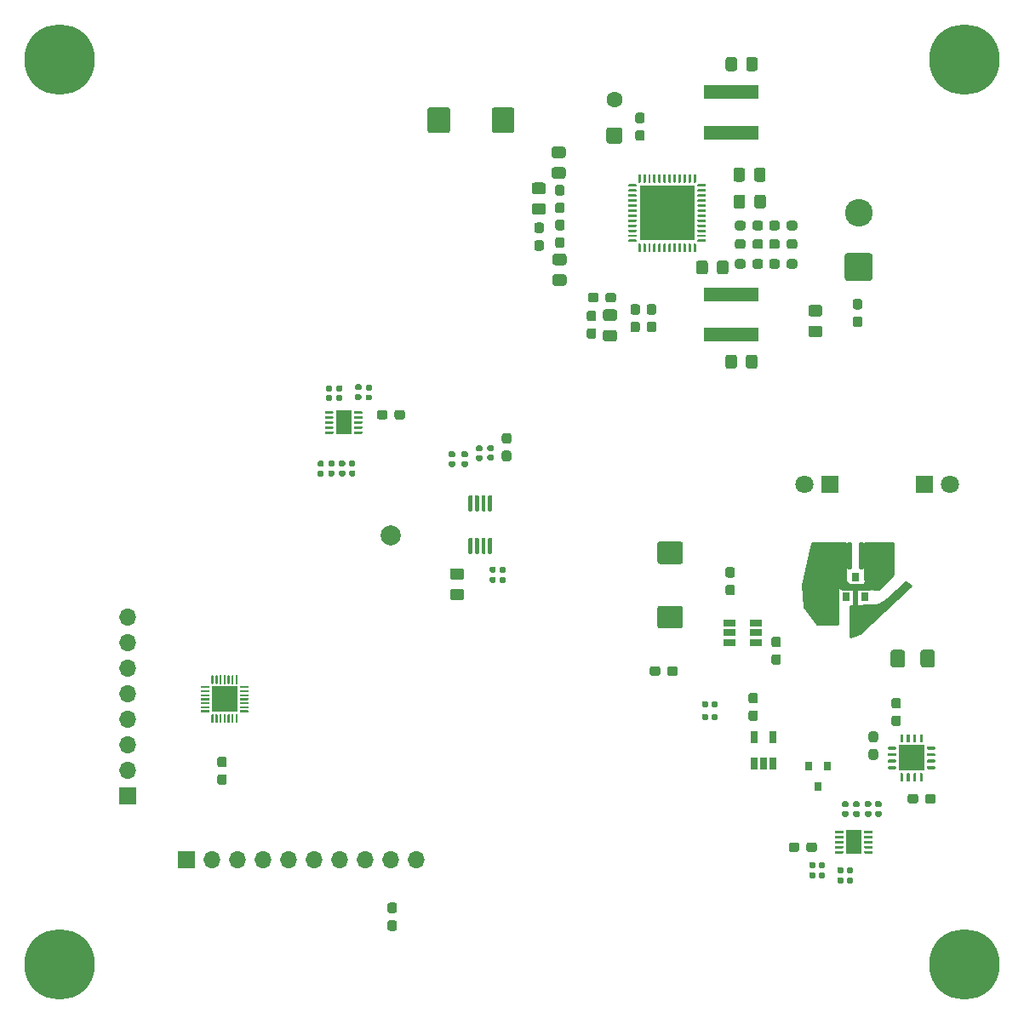
<source format=gbr>
G04 #@! TF.GenerationSoftware,KiCad,Pcbnew,5.1.6-c6e7f7d~87~ubuntu20.04.1*
G04 #@! TF.CreationDate,2021-01-16T23:25:08+02:00*
G04 #@! TF.ProjectId,LED_test_V1.3,4c45445f-7465-4737-945f-56312e332e6b,rev?*
G04 #@! TF.SameCoordinates,Original*
G04 #@! TF.FileFunction,Soldermask,Top*
G04 #@! TF.FilePolarity,Negative*
%FSLAX46Y46*%
G04 Gerber Fmt 4.6, Leading zero omitted, Abs format (unit mm)*
G04 Created by KiCad (PCBNEW 5.1.6-c6e7f7d~87~ubuntu20.04.1) date 2021-01-16 23:25:08*
%MOMM*%
%LPD*%
G01*
G04 APERTURE LIST*
%ADD10R,0.800000X0.900000*%
%ADD11R,1.650000X2.380000*%
%ADD12C,2.750000*%
%ADD13R,2.600000X2.600000*%
%ADD14C,1.800000*%
%ADD15R,1.800000X1.800000*%
%ADD16O,1.700000X1.700000*%
%ADD17R,1.700000X1.700000*%
%ADD18C,7.000000*%
%ADD19R,5.500000X1.430000*%
%ADD20C,1.600000*%
%ADD21R,1.220000X0.650000*%
%ADD22C,2.000000*%
%ADD23R,5.450000X5.450000*%
%ADD24R,0.650000X1.220000*%
%ADD25R,2.500000X2.500000*%
%ADD26C,0.254000*%
G04 APERTURE END LIST*
G36*
G01*
X159300000Y-78907500D02*
X159300000Y-78432500D01*
G75*
G02*
X159537500Y-78195000I237500J0D01*
G01*
X160112500Y-78195000D01*
G75*
G02*
X160350000Y-78432500I0J-237500D01*
G01*
X160350000Y-78907500D01*
G75*
G02*
X160112500Y-79145000I-237500J0D01*
G01*
X159537500Y-79145000D01*
G75*
G02*
X159300000Y-78907500I0J237500D01*
G01*
G37*
G36*
G01*
X157550000Y-78907500D02*
X157550000Y-78432500D01*
G75*
G02*
X157787500Y-78195000I237500J0D01*
G01*
X158362500Y-78195000D01*
G75*
G02*
X158600000Y-78432500I0J-237500D01*
G01*
X158600000Y-78907500D01*
G75*
G02*
X158362500Y-79145000I-237500J0D01*
G01*
X157787500Y-79145000D01*
G75*
G02*
X157550000Y-78907500I0J237500D01*
G01*
G37*
G36*
G01*
X144075999Y-105588000D02*
X144976001Y-105588000D01*
G75*
G02*
X145226000Y-105837999I0J-249999D01*
G01*
X145226000Y-106488001D01*
G75*
G02*
X144976001Y-106738000I-249999J0D01*
G01*
X144075999Y-106738000D01*
G75*
G02*
X143826000Y-106488001I0J249999D01*
G01*
X143826000Y-105837999D01*
G75*
G02*
X144075999Y-105588000I249999J0D01*
G01*
G37*
G36*
G01*
X144075999Y-107638000D02*
X144976001Y-107638000D01*
G75*
G02*
X145226000Y-107887999I0J-249999D01*
G01*
X145226000Y-108538001D01*
G75*
G02*
X144976001Y-108788000I-249999J0D01*
G01*
X144075999Y-108788000D01*
G75*
G02*
X143826000Y-108538001I0J249999D01*
G01*
X143826000Y-107887999D01*
G75*
G02*
X144075999Y-107638000I249999J0D01*
G01*
G37*
D10*
X180420000Y-127300000D03*
X179470000Y-125300000D03*
X181370000Y-125300000D03*
G36*
G01*
X182967500Y-129740000D02*
X183312500Y-129740000D01*
G75*
G02*
X183460000Y-129887500I0J-147500D01*
G01*
X183460000Y-130182500D01*
G75*
G02*
X183312500Y-130330000I-147500J0D01*
G01*
X182967500Y-130330000D01*
G75*
G02*
X182820000Y-130182500I0J147500D01*
G01*
X182820000Y-129887500D01*
G75*
G02*
X182967500Y-129740000I147500J0D01*
G01*
G37*
G36*
G01*
X182967500Y-128770000D02*
X183312500Y-128770000D01*
G75*
G02*
X183460000Y-128917500I0J-147500D01*
G01*
X183460000Y-129212500D01*
G75*
G02*
X183312500Y-129360000I-147500J0D01*
G01*
X182967500Y-129360000D01*
G75*
G02*
X182820000Y-129212500I0J147500D01*
G01*
X182820000Y-128917500D01*
G75*
G02*
X182967500Y-128770000I147500J0D01*
G01*
G37*
G36*
G01*
X131375000Y-90162500D02*
X131375000Y-90037500D01*
G75*
G02*
X131437500Y-89975000I62500J0D01*
G01*
X132162500Y-89975000D01*
G75*
G02*
X132225000Y-90037500I0J-62500D01*
G01*
X132225000Y-90162500D01*
G75*
G02*
X132162500Y-90225000I-62500J0D01*
G01*
X131437500Y-90225000D01*
G75*
G02*
X131375000Y-90162500I0J62500D01*
G01*
G37*
G36*
G01*
X131375000Y-90662500D02*
X131375000Y-90537500D01*
G75*
G02*
X131437500Y-90475000I62500J0D01*
G01*
X132162500Y-90475000D01*
G75*
G02*
X132225000Y-90537500I0J-62500D01*
G01*
X132225000Y-90662500D01*
G75*
G02*
X132162500Y-90725000I-62500J0D01*
G01*
X131437500Y-90725000D01*
G75*
G02*
X131375000Y-90662500I0J62500D01*
G01*
G37*
G36*
G01*
X131375000Y-91162500D02*
X131375000Y-91037500D01*
G75*
G02*
X131437500Y-90975000I62500J0D01*
G01*
X132162500Y-90975000D01*
G75*
G02*
X132225000Y-91037500I0J-62500D01*
G01*
X132225000Y-91162500D01*
G75*
G02*
X132162500Y-91225000I-62500J0D01*
G01*
X131437500Y-91225000D01*
G75*
G02*
X131375000Y-91162500I0J62500D01*
G01*
G37*
G36*
G01*
X131375000Y-91662500D02*
X131375000Y-91537500D01*
G75*
G02*
X131437500Y-91475000I62500J0D01*
G01*
X132162500Y-91475000D01*
G75*
G02*
X132225000Y-91537500I0J-62500D01*
G01*
X132225000Y-91662500D01*
G75*
G02*
X132162500Y-91725000I-62500J0D01*
G01*
X131437500Y-91725000D01*
G75*
G02*
X131375000Y-91662500I0J62500D01*
G01*
G37*
G36*
G01*
X131375000Y-92162500D02*
X131375000Y-92037500D01*
G75*
G02*
X131437500Y-91975000I62500J0D01*
G01*
X132162500Y-91975000D01*
G75*
G02*
X132225000Y-92037500I0J-62500D01*
G01*
X132225000Y-92162500D01*
G75*
G02*
X132162500Y-92225000I-62500J0D01*
G01*
X131437500Y-92225000D01*
G75*
G02*
X131375000Y-92162500I0J62500D01*
G01*
G37*
G36*
G01*
X134275000Y-92162500D02*
X134275000Y-92037500D01*
G75*
G02*
X134337500Y-91975000I62500J0D01*
G01*
X135062500Y-91975000D01*
G75*
G02*
X135125000Y-92037500I0J-62500D01*
G01*
X135125000Y-92162500D01*
G75*
G02*
X135062500Y-92225000I-62500J0D01*
G01*
X134337500Y-92225000D01*
G75*
G02*
X134275000Y-92162500I0J62500D01*
G01*
G37*
G36*
G01*
X134275000Y-91662500D02*
X134275000Y-91537500D01*
G75*
G02*
X134337500Y-91475000I62500J0D01*
G01*
X135062500Y-91475000D01*
G75*
G02*
X135125000Y-91537500I0J-62500D01*
G01*
X135125000Y-91662500D01*
G75*
G02*
X135062500Y-91725000I-62500J0D01*
G01*
X134337500Y-91725000D01*
G75*
G02*
X134275000Y-91662500I0J62500D01*
G01*
G37*
G36*
G01*
X134275000Y-91162500D02*
X134275000Y-91037500D01*
G75*
G02*
X134337500Y-90975000I62500J0D01*
G01*
X135062500Y-90975000D01*
G75*
G02*
X135125000Y-91037500I0J-62500D01*
G01*
X135125000Y-91162500D01*
G75*
G02*
X135062500Y-91225000I-62500J0D01*
G01*
X134337500Y-91225000D01*
G75*
G02*
X134275000Y-91162500I0J62500D01*
G01*
G37*
G36*
G01*
X134275000Y-90662500D02*
X134275000Y-90537500D01*
G75*
G02*
X134337500Y-90475000I62500J0D01*
G01*
X135062500Y-90475000D01*
G75*
G02*
X135125000Y-90537500I0J-62500D01*
G01*
X135125000Y-90662500D01*
G75*
G02*
X135062500Y-90725000I-62500J0D01*
G01*
X134337500Y-90725000D01*
G75*
G02*
X134275000Y-90662500I0J62500D01*
G01*
G37*
G36*
G01*
X134275000Y-90162500D02*
X134275000Y-90037500D01*
G75*
G02*
X134337500Y-89975000I62500J0D01*
G01*
X135062500Y-89975000D01*
G75*
G02*
X135125000Y-90037500I0J-62500D01*
G01*
X135125000Y-90162500D01*
G75*
G02*
X135062500Y-90225000I-62500J0D01*
G01*
X134337500Y-90225000D01*
G75*
G02*
X134275000Y-90162500I0J62500D01*
G01*
G37*
D11*
X133250000Y-91100000D03*
D12*
X184475000Y-70225000D03*
G36*
G01*
X185600001Y-77000000D02*
X183349999Y-77000000D01*
G75*
G02*
X183100000Y-76750001I0J249999D01*
G01*
X183100000Y-74499999D01*
G75*
G02*
X183349999Y-74250000I249999J0D01*
G01*
X185600001Y-74250000D01*
G75*
G02*
X185850000Y-74499999I0J-249999D01*
G01*
X185850000Y-76750001D01*
G75*
G02*
X185600001Y-77000000I-249999J0D01*
G01*
G37*
G36*
G01*
X148770000Y-106937500D02*
X148770000Y-106592500D01*
G75*
G02*
X148917500Y-106445000I147500J0D01*
G01*
X149212500Y-106445000D01*
G75*
G02*
X149360000Y-106592500I0J-147500D01*
G01*
X149360000Y-106937500D01*
G75*
G02*
X149212500Y-107085000I-147500J0D01*
G01*
X148917500Y-107085000D01*
G75*
G02*
X148770000Y-106937500I0J147500D01*
G01*
G37*
G36*
G01*
X147800000Y-106937500D02*
X147800000Y-106592500D01*
G75*
G02*
X147947500Y-106445000I147500J0D01*
G01*
X148242500Y-106445000D01*
G75*
G02*
X148390000Y-106592500I0J-147500D01*
G01*
X148390000Y-106937500D01*
G75*
G02*
X148242500Y-107085000I-147500J0D01*
G01*
X147947500Y-107085000D01*
G75*
G02*
X147800000Y-106937500I0J147500D01*
G01*
G37*
G36*
G01*
X148770000Y-105912500D02*
X148770000Y-105567500D01*
G75*
G02*
X148917500Y-105420000I147500J0D01*
G01*
X149212500Y-105420000D01*
G75*
G02*
X149360000Y-105567500I0J-147500D01*
G01*
X149360000Y-105912500D01*
G75*
G02*
X149212500Y-106060000I-147500J0D01*
G01*
X148917500Y-106060000D01*
G75*
G02*
X148770000Y-105912500I0J147500D01*
G01*
G37*
G36*
G01*
X147800000Y-105912500D02*
X147800000Y-105567500D01*
G75*
G02*
X147947500Y-105420000I147500J0D01*
G01*
X148242500Y-105420000D01*
G75*
G02*
X148390000Y-105567500I0J-147500D01*
G01*
X148390000Y-105912500D01*
G75*
G02*
X148242500Y-106060000I-147500J0D01*
G01*
X147947500Y-106060000D01*
G75*
G02*
X147800000Y-105912500I0J147500D01*
G01*
G37*
G36*
G01*
X147692500Y-94305000D02*
X148037500Y-94305000D01*
G75*
G02*
X148185000Y-94452500I0J-147500D01*
G01*
X148185000Y-94747500D01*
G75*
G02*
X148037500Y-94895000I-147500J0D01*
G01*
X147692500Y-94895000D01*
G75*
G02*
X147545000Y-94747500I0J147500D01*
G01*
X147545000Y-94452500D01*
G75*
G02*
X147692500Y-94305000I147500J0D01*
G01*
G37*
G36*
G01*
X147692500Y-93335000D02*
X148037500Y-93335000D01*
G75*
G02*
X148185000Y-93482500I0J-147500D01*
G01*
X148185000Y-93777500D01*
G75*
G02*
X148037500Y-93925000I-147500J0D01*
G01*
X147692500Y-93925000D01*
G75*
G02*
X147545000Y-93777500I0J147500D01*
G01*
X147545000Y-93482500D01*
G75*
G02*
X147692500Y-93335000I147500J0D01*
G01*
G37*
G36*
G01*
X146567500Y-94330000D02*
X146912500Y-94330000D01*
G75*
G02*
X147060000Y-94477500I0J-147500D01*
G01*
X147060000Y-94772500D01*
G75*
G02*
X146912500Y-94920000I-147500J0D01*
G01*
X146567500Y-94920000D01*
G75*
G02*
X146420000Y-94772500I0J147500D01*
G01*
X146420000Y-94477500D01*
G75*
G02*
X146567500Y-94330000I147500J0D01*
G01*
G37*
G36*
G01*
X146567500Y-93360000D02*
X146912500Y-93360000D01*
G75*
G02*
X147060000Y-93507500I0J-147500D01*
G01*
X147060000Y-93802500D01*
G75*
G02*
X146912500Y-93950000I-147500J0D01*
G01*
X146567500Y-93950000D01*
G75*
G02*
X146420000Y-93802500I0J147500D01*
G01*
X146420000Y-93507500D01*
G75*
G02*
X146567500Y-93360000I147500J0D01*
G01*
G37*
G36*
G01*
X176625000Y-75087500D02*
X176625000Y-75562500D01*
G75*
G02*
X176387500Y-75800000I-237500J0D01*
G01*
X175812500Y-75800000D01*
G75*
G02*
X175575000Y-75562500I0J237500D01*
G01*
X175575000Y-75087500D01*
G75*
G02*
X175812500Y-74850000I237500J0D01*
G01*
X176387500Y-74850000D01*
G75*
G02*
X176625000Y-75087500I0J-237500D01*
G01*
G37*
G36*
G01*
X178375000Y-75087500D02*
X178375000Y-75562500D01*
G75*
G02*
X178137500Y-75800000I-237500J0D01*
G01*
X177562500Y-75800000D01*
G75*
G02*
X177325000Y-75562500I0J237500D01*
G01*
X177325000Y-75087500D01*
G75*
G02*
X177562500Y-74850000I237500J0D01*
G01*
X178137500Y-74850000D01*
G75*
G02*
X178375000Y-75087500I0J-237500D01*
G01*
G37*
D13*
X121412000Y-118618000D03*
G36*
G01*
X122712000Y-120168000D02*
X122712000Y-120943000D01*
G75*
G02*
X122662000Y-120993000I-50000J0D01*
G01*
X122562000Y-120993000D01*
G75*
G02*
X122512000Y-120943000I0J50000D01*
G01*
X122512000Y-120168000D01*
G75*
G02*
X122562000Y-120118000I50000J0D01*
G01*
X122662000Y-120118000D01*
G75*
G02*
X122712000Y-120168000I0J-50000D01*
G01*
G37*
G36*
G01*
X122312000Y-120168000D02*
X122312000Y-120943000D01*
G75*
G02*
X122262000Y-120993000I-50000J0D01*
G01*
X122162000Y-120993000D01*
G75*
G02*
X122112000Y-120943000I0J50000D01*
G01*
X122112000Y-120168000D01*
G75*
G02*
X122162000Y-120118000I50000J0D01*
G01*
X122262000Y-120118000D01*
G75*
G02*
X122312000Y-120168000I0J-50000D01*
G01*
G37*
G36*
G01*
X121912000Y-120168000D02*
X121912000Y-120943000D01*
G75*
G02*
X121862000Y-120993000I-50000J0D01*
G01*
X121762000Y-120993000D01*
G75*
G02*
X121712000Y-120943000I0J50000D01*
G01*
X121712000Y-120168000D01*
G75*
G02*
X121762000Y-120118000I50000J0D01*
G01*
X121862000Y-120118000D01*
G75*
G02*
X121912000Y-120168000I0J-50000D01*
G01*
G37*
G36*
G01*
X121512000Y-120168000D02*
X121512000Y-120943000D01*
G75*
G02*
X121462000Y-120993000I-50000J0D01*
G01*
X121362000Y-120993000D01*
G75*
G02*
X121312000Y-120943000I0J50000D01*
G01*
X121312000Y-120168000D01*
G75*
G02*
X121362000Y-120118000I50000J0D01*
G01*
X121462000Y-120118000D01*
G75*
G02*
X121512000Y-120168000I0J-50000D01*
G01*
G37*
G36*
G01*
X121112000Y-120168000D02*
X121112000Y-120943000D01*
G75*
G02*
X121062000Y-120993000I-50000J0D01*
G01*
X120962000Y-120993000D01*
G75*
G02*
X120912000Y-120943000I0J50000D01*
G01*
X120912000Y-120168000D01*
G75*
G02*
X120962000Y-120118000I50000J0D01*
G01*
X121062000Y-120118000D01*
G75*
G02*
X121112000Y-120168000I0J-50000D01*
G01*
G37*
G36*
G01*
X120712000Y-120168000D02*
X120712000Y-120943000D01*
G75*
G02*
X120662000Y-120993000I-50000J0D01*
G01*
X120562000Y-120993000D01*
G75*
G02*
X120512000Y-120943000I0J50000D01*
G01*
X120512000Y-120168000D01*
G75*
G02*
X120562000Y-120118000I50000J0D01*
G01*
X120662000Y-120118000D01*
G75*
G02*
X120712000Y-120168000I0J-50000D01*
G01*
G37*
G36*
G01*
X120312000Y-120168000D02*
X120312000Y-120943000D01*
G75*
G02*
X120262000Y-120993000I-50000J0D01*
G01*
X120162000Y-120993000D01*
G75*
G02*
X120112000Y-120943000I0J50000D01*
G01*
X120112000Y-120168000D01*
G75*
G02*
X120162000Y-120118000I50000J0D01*
G01*
X120262000Y-120118000D01*
G75*
G02*
X120312000Y-120168000I0J-50000D01*
G01*
G37*
G36*
G01*
X119912000Y-119768000D02*
X119912000Y-119868000D01*
G75*
G02*
X119862000Y-119918000I-50000J0D01*
G01*
X119087000Y-119918000D01*
G75*
G02*
X119037000Y-119868000I0J50000D01*
G01*
X119037000Y-119768000D01*
G75*
G02*
X119087000Y-119718000I50000J0D01*
G01*
X119862000Y-119718000D01*
G75*
G02*
X119912000Y-119768000I0J-50000D01*
G01*
G37*
G36*
G01*
X119912000Y-119368000D02*
X119912000Y-119468000D01*
G75*
G02*
X119862000Y-119518000I-50000J0D01*
G01*
X119087000Y-119518000D01*
G75*
G02*
X119037000Y-119468000I0J50000D01*
G01*
X119037000Y-119368000D01*
G75*
G02*
X119087000Y-119318000I50000J0D01*
G01*
X119862000Y-119318000D01*
G75*
G02*
X119912000Y-119368000I0J-50000D01*
G01*
G37*
G36*
G01*
X119912000Y-118968000D02*
X119912000Y-119068000D01*
G75*
G02*
X119862000Y-119118000I-50000J0D01*
G01*
X119087000Y-119118000D01*
G75*
G02*
X119037000Y-119068000I0J50000D01*
G01*
X119037000Y-118968000D01*
G75*
G02*
X119087000Y-118918000I50000J0D01*
G01*
X119862000Y-118918000D01*
G75*
G02*
X119912000Y-118968000I0J-50000D01*
G01*
G37*
G36*
G01*
X119912000Y-118568000D02*
X119912000Y-118668000D01*
G75*
G02*
X119862000Y-118718000I-50000J0D01*
G01*
X119087000Y-118718000D01*
G75*
G02*
X119037000Y-118668000I0J50000D01*
G01*
X119037000Y-118568000D01*
G75*
G02*
X119087000Y-118518000I50000J0D01*
G01*
X119862000Y-118518000D01*
G75*
G02*
X119912000Y-118568000I0J-50000D01*
G01*
G37*
G36*
G01*
X119912000Y-118168000D02*
X119912000Y-118268000D01*
G75*
G02*
X119862000Y-118318000I-50000J0D01*
G01*
X119087000Y-118318000D01*
G75*
G02*
X119037000Y-118268000I0J50000D01*
G01*
X119037000Y-118168000D01*
G75*
G02*
X119087000Y-118118000I50000J0D01*
G01*
X119862000Y-118118000D01*
G75*
G02*
X119912000Y-118168000I0J-50000D01*
G01*
G37*
G36*
G01*
X119912000Y-117768000D02*
X119912000Y-117868000D01*
G75*
G02*
X119862000Y-117918000I-50000J0D01*
G01*
X119087000Y-117918000D01*
G75*
G02*
X119037000Y-117868000I0J50000D01*
G01*
X119037000Y-117768000D01*
G75*
G02*
X119087000Y-117718000I50000J0D01*
G01*
X119862000Y-117718000D01*
G75*
G02*
X119912000Y-117768000I0J-50000D01*
G01*
G37*
G36*
G01*
X119912000Y-117368000D02*
X119912000Y-117468000D01*
G75*
G02*
X119862000Y-117518000I-50000J0D01*
G01*
X119087000Y-117518000D01*
G75*
G02*
X119037000Y-117468000I0J50000D01*
G01*
X119037000Y-117368000D01*
G75*
G02*
X119087000Y-117318000I50000J0D01*
G01*
X119862000Y-117318000D01*
G75*
G02*
X119912000Y-117368000I0J-50000D01*
G01*
G37*
G36*
G01*
X120312000Y-116293000D02*
X120312000Y-117068000D01*
G75*
G02*
X120262000Y-117118000I-50000J0D01*
G01*
X120162000Y-117118000D01*
G75*
G02*
X120112000Y-117068000I0J50000D01*
G01*
X120112000Y-116293000D01*
G75*
G02*
X120162000Y-116243000I50000J0D01*
G01*
X120262000Y-116243000D01*
G75*
G02*
X120312000Y-116293000I0J-50000D01*
G01*
G37*
G36*
G01*
X120712000Y-116293000D02*
X120712000Y-117068000D01*
G75*
G02*
X120662000Y-117118000I-50000J0D01*
G01*
X120562000Y-117118000D01*
G75*
G02*
X120512000Y-117068000I0J50000D01*
G01*
X120512000Y-116293000D01*
G75*
G02*
X120562000Y-116243000I50000J0D01*
G01*
X120662000Y-116243000D01*
G75*
G02*
X120712000Y-116293000I0J-50000D01*
G01*
G37*
G36*
G01*
X121112000Y-116293000D02*
X121112000Y-117068000D01*
G75*
G02*
X121062000Y-117118000I-50000J0D01*
G01*
X120962000Y-117118000D01*
G75*
G02*
X120912000Y-117068000I0J50000D01*
G01*
X120912000Y-116293000D01*
G75*
G02*
X120962000Y-116243000I50000J0D01*
G01*
X121062000Y-116243000D01*
G75*
G02*
X121112000Y-116293000I0J-50000D01*
G01*
G37*
G36*
G01*
X121512000Y-116293000D02*
X121512000Y-117068000D01*
G75*
G02*
X121462000Y-117118000I-50000J0D01*
G01*
X121362000Y-117118000D01*
G75*
G02*
X121312000Y-117068000I0J50000D01*
G01*
X121312000Y-116293000D01*
G75*
G02*
X121362000Y-116243000I50000J0D01*
G01*
X121462000Y-116243000D01*
G75*
G02*
X121512000Y-116293000I0J-50000D01*
G01*
G37*
G36*
G01*
X121912000Y-116293000D02*
X121912000Y-117068000D01*
G75*
G02*
X121862000Y-117118000I-50000J0D01*
G01*
X121762000Y-117118000D01*
G75*
G02*
X121712000Y-117068000I0J50000D01*
G01*
X121712000Y-116293000D01*
G75*
G02*
X121762000Y-116243000I50000J0D01*
G01*
X121862000Y-116243000D01*
G75*
G02*
X121912000Y-116293000I0J-50000D01*
G01*
G37*
G36*
G01*
X122312000Y-116293000D02*
X122312000Y-117068000D01*
G75*
G02*
X122262000Y-117118000I-50000J0D01*
G01*
X122162000Y-117118000D01*
G75*
G02*
X122112000Y-117068000I0J50000D01*
G01*
X122112000Y-116293000D01*
G75*
G02*
X122162000Y-116243000I50000J0D01*
G01*
X122262000Y-116243000D01*
G75*
G02*
X122312000Y-116293000I0J-50000D01*
G01*
G37*
G36*
G01*
X122712000Y-116293000D02*
X122712000Y-117068000D01*
G75*
G02*
X122662000Y-117118000I-50000J0D01*
G01*
X122562000Y-117118000D01*
G75*
G02*
X122512000Y-117068000I0J50000D01*
G01*
X122512000Y-116293000D01*
G75*
G02*
X122562000Y-116243000I50000J0D01*
G01*
X122662000Y-116243000D01*
G75*
G02*
X122712000Y-116293000I0J-50000D01*
G01*
G37*
G36*
G01*
X123787000Y-117368000D02*
X123787000Y-117468000D01*
G75*
G02*
X123737000Y-117518000I-50000J0D01*
G01*
X122962000Y-117518000D01*
G75*
G02*
X122912000Y-117468000I0J50000D01*
G01*
X122912000Y-117368000D01*
G75*
G02*
X122962000Y-117318000I50000J0D01*
G01*
X123737000Y-117318000D01*
G75*
G02*
X123787000Y-117368000I0J-50000D01*
G01*
G37*
G36*
G01*
X123787000Y-117768000D02*
X123787000Y-117868000D01*
G75*
G02*
X123737000Y-117918000I-50000J0D01*
G01*
X122962000Y-117918000D01*
G75*
G02*
X122912000Y-117868000I0J50000D01*
G01*
X122912000Y-117768000D01*
G75*
G02*
X122962000Y-117718000I50000J0D01*
G01*
X123737000Y-117718000D01*
G75*
G02*
X123787000Y-117768000I0J-50000D01*
G01*
G37*
G36*
G01*
X123787000Y-118168000D02*
X123787000Y-118268000D01*
G75*
G02*
X123737000Y-118318000I-50000J0D01*
G01*
X122962000Y-118318000D01*
G75*
G02*
X122912000Y-118268000I0J50000D01*
G01*
X122912000Y-118168000D01*
G75*
G02*
X122962000Y-118118000I50000J0D01*
G01*
X123737000Y-118118000D01*
G75*
G02*
X123787000Y-118168000I0J-50000D01*
G01*
G37*
G36*
G01*
X123787000Y-118568000D02*
X123787000Y-118668000D01*
G75*
G02*
X123737000Y-118718000I-50000J0D01*
G01*
X122962000Y-118718000D01*
G75*
G02*
X122912000Y-118668000I0J50000D01*
G01*
X122912000Y-118568000D01*
G75*
G02*
X122962000Y-118518000I50000J0D01*
G01*
X123737000Y-118518000D01*
G75*
G02*
X123787000Y-118568000I0J-50000D01*
G01*
G37*
G36*
G01*
X123787000Y-118968000D02*
X123787000Y-119068000D01*
G75*
G02*
X123737000Y-119118000I-50000J0D01*
G01*
X122962000Y-119118000D01*
G75*
G02*
X122912000Y-119068000I0J50000D01*
G01*
X122912000Y-118968000D01*
G75*
G02*
X122962000Y-118918000I50000J0D01*
G01*
X123737000Y-118918000D01*
G75*
G02*
X123787000Y-118968000I0J-50000D01*
G01*
G37*
G36*
G01*
X123787000Y-119368000D02*
X123787000Y-119468000D01*
G75*
G02*
X123737000Y-119518000I-50000J0D01*
G01*
X122962000Y-119518000D01*
G75*
G02*
X122912000Y-119468000I0J50000D01*
G01*
X122912000Y-119368000D01*
G75*
G02*
X122962000Y-119318000I50000J0D01*
G01*
X123737000Y-119318000D01*
G75*
G02*
X123787000Y-119368000I0J-50000D01*
G01*
G37*
G36*
G01*
X123787000Y-119768000D02*
X123787000Y-119868000D01*
G75*
G02*
X123737000Y-119918000I-50000J0D01*
G01*
X122962000Y-119918000D01*
G75*
G02*
X122912000Y-119868000I0J50000D01*
G01*
X122912000Y-119768000D01*
G75*
G02*
X122962000Y-119718000I50000J0D01*
G01*
X123737000Y-119718000D01*
G75*
G02*
X123787000Y-119768000I0J-50000D01*
G01*
G37*
D14*
X179070000Y-97282000D03*
D15*
X181610000Y-97282000D03*
G36*
G01*
X176038500Y-114142000D02*
X176513500Y-114142000D01*
G75*
G02*
X176751000Y-114379500I0J-237500D01*
G01*
X176751000Y-114954500D01*
G75*
G02*
X176513500Y-115192000I-237500J0D01*
G01*
X176038500Y-115192000D01*
G75*
G02*
X175801000Y-114954500I0J237500D01*
G01*
X175801000Y-114379500D01*
G75*
G02*
X176038500Y-114142000I237500J0D01*
G01*
G37*
G36*
G01*
X176038500Y-112392000D02*
X176513500Y-112392000D01*
G75*
G02*
X176751000Y-112629500I0J-237500D01*
G01*
X176751000Y-113204500D01*
G75*
G02*
X176513500Y-113442000I-237500J0D01*
G01*
X176038500Y-113442000D01*
G75*
G02*
X175801000Y-113204500I0J237500D01*
G01*
X175801000Y-112629500D01*
G75*
G02*
X176038500Y-112392000I237500J0D01*
G01*
G37*
G36*
G01*
X169862000Y-119298500D02*
X169862000Y-118953500D01*
G75*
G02*
X170009500Y-118806000I147500J0D01*
G01*
X170304500Y-118806000D01*
G75*
G02*
X170452000Y-118953500I0J-147500D01*
G01*
X170452000Y-119298500D01*
G75*
G02*
X170304500Y-119446000I-147500J0D01*
G01*
X170009500Y-119446000D01*
G75*
G02*
X169862000Y-119298500I0J147500D01*
G01*
G37*
G36*
G01*
X168892000Y-119298500D02*
X168892000Y-118953500D01*
G75*
G02*
X169039500Y-118806000I147500J0D01*
G01*
X169334500Y-118806000D01*
G75*
G02*
X169482000Y-118953500I0J-147500D01*
G01*
X169482000Y-119298500D01*
G75*
G02*
X169334500Y-119446000I-147500J0D01*
G01*
X169039500Y-119446000D01*
G75*
G02*
X168892000Y-119298500I0J147500D01*
G01*
G37*
G36*
G01*
X182944000Y-135463500D02*
X182944000Y-135808500D01*
G75*
G02*
X182796500Y-135956000I-147500J0D01*
G01*
X182501500Y-135956000D01*
G75*
G02*
X182354000Y-135808500I0J147500D01*
G01*
X182354000Y-135463500D01*
G75*
G02*
X182501500Y-135316000I147500J0D01*
G01*
X182796500Y-135316000D01*
G75*
G02*
X182944000Y-135463500I0J-147500D01*
G01*
G37*
G36*
G01*
X183914000Y-135463500D02*
X183914000Y-135808500D01*
G75*
G02*
X183766500Y-135956000I-147500J0D01*
G01*
X183471500Y-135956000D01*
G75*
G02*
X183324000Y-135808500I0J147500D01*
G01*
X183324000Y-135463500D01*
G75*
G02*
X183471500Y-135316000I147500J0D01*
G01*
X183766500Y-135316000D01*
G75*
G02*
X183914000Y-135463500I0J-147500D01*
G01*
G37*
G36*
G01*
X169862000Y-120568500D02*
X169862000Y-120223500D01*
G75*
G02*
X170009500Y-120076000I147500J0D01*
G01*
X170304500Y-120076000D01*
G75*
G02*
X170452000Y-120223500I0J-147500D01*
G01*
X170452000Y-120568500D01*
G75*
G02*
X170304500Y-120716000I-147500J0D01*
G01*
X170009500Y-120716000D01*
G75*
G02*
X169862000Y-120568500I0J147500D01*
G01*
G37*
G36*
G01*
X168892000Y-120568500D02*
X168892000Y-120223500D01*
G75*
G02*
X169039500Y-120076000I147500J0D01*
G01*
X169334500Y-120076000D01*
G75*
G02*
X169482000Y-120223500I0J-147500D01*
G01*
X169482000Y-120568500D01*
G75*
G02*
X169334500Y-120716000I-147500J0D01*
G01*
X169039500Y-120716000D01*
G75*
G02*
X168892000Y-120568500I0J147500D01*
G01*
G37*
G36*
G01*
X182944000Y-136479500D02*
X182944000Y-136824500D01*
G75*
G02*
X182796500Y-136972000I-147500J0D01*
G01*
X182501500Y-136972000D01*
G75*
G02*
X182354000Y-136824500I0J147500D01*
G01*
X182354000Y-136479500D01*
G75*
G02*
X182501500Y-136332000I147500J0D01*
G01*
X182796500Y-136332000D01*
G75*
G02*
X182944000Y-136479500I0J-147500D01*
G01*
G37*
G36*
G01*
X183914000Y-136479500D02*
X183914000Y-136824500D01*
G75*
G02*
X183766500Y-136972000I-147500J0D01*
G01*
X183471500Y-136972000D01*
G75*
G02*
X183324000Y-136824500I0J147500D01*
G01*
X183324000Y-136479500D01*
G75*
G02*
X183471500Y-136332000I147500J0D01*
G01*
X183766500Y-136332000D01*
G75*
G02*
X183914000Y-136479500I0J-147500D01*
G01*
G37*
G36*
G01*
X186608500Y-129350000D02*
X186263500Y-129350000D01*
G75*
G02*
X186116000Y-129202500I0J147500D01*
G01*
X186116000Y-128907500D01*
G75*
G02*
X186263500Y-128760000I147500J0D01*
G01*
X186608500Y-128760000D01*
G75*
G02*
X186756000Y-128907500I0J-147500D01*
G01*
X186756000Y-129202500D01*
G75*
G02*
X186608500Y-129350000I-147500J0D01*
G01*
G37*
G36*
G01*
X186608500Y-130320000D02*
X186263500Y-130320000D01*
G75*
G02*
X186116000Y-130172500I0J147500D01*
G01*
X186116000Y-129877500D01*
G75*
G02*
X186263500Y-129730000I147500J0D01*
G01*
X186608500Y-129730000D01*
G75*
G02*
X186756000Y-129877500I0J-147500D01*
G01*
X186756000Y-130172500D01*
G75*
G02*
X186608500Y-130320000I-147500J0D01*
G01*
G37*
G36*
G01*
X180150000Y-135971500D02*
X180150000Y-136316500D01*
G75*
G02*
X180002500Y-136464000I-147500J0D01*
G01*
X179707500Y-136464000D01*
G75*
G02*
X179560000Y-136316500I0J147500D01*
G01*
X179560000Y-135971500D01*
G75*
G02*
X179707500Y-135824000I147500J0D01*
G01*
X180002500Y-135824000D01*
G75*
G02*
X180150000Y-135971500I0J-147500D01*
G01*
G37*
G36*
G01*
X181120000Y-135971500D02*
X181120000Y-136316500D01*
G75*
G02*
X180972500Y-136464000I-147500J0D01*
G01*
X180677500Y-136464000D01*
G75*
G02*
X180530000Y-136316500I0J147500D01*
G01*
X180530000Y-135971500D01*
G75*
G02*
X180677500Y-135824000I147500J0D01*
G01*
X180972500Y-135824000D01*
G75*
G02*
X181120000Y-135971500I0J-147500D01*
G01*
G37*
G36*
G01*
X184097500Y-129740000D02*
X184442500Y-129740000D01*
G75*
G02*
X184590000Y-129887500I0J-147500D01*
G01*
X184590000Y-130182500D01*
G75*
G02*
X184442500Y-130330000I-147500J0D01*
G01*
X184097500Y-130330000D01*
G75*
G02*
X183950000Y-130182500I0J147500D01*
G01*
X183950000Y-129887500D01*
G75*
G02*
X184097500Y-129740000I147500J0D01*
G01*
G37*
G36*
G01*
X184097500Y-128770000D02*
X184442500Y-128770000D01*
G75*
G02*
X184590000Y-128917500I0J-147500D01*
G01*
X184590000Y-129212500D01*
G75*
G02*
X184442500Y-129360000I-147500J0D01*
G01*
X184097500Y-129360000D01*
G75*
G02*
X183950000Y-129212500I0J147500D01*
G01*
X183950000Y-128917500D01*
G75*
G02*
X184097500Y-128770000I147500J0D01*
G01*
G37*
G36*
G01*
X185592500Y-129340000D02*
X185247500Y-129340000D01*
G75*
G02*
X185100000Y-129192500I0J147500D01*
G01*
X185100000Y-128897500D01*
G75*
G02*
X185247500Y-128750000I147500J0D01*
G01*
X185592500Y-128750000D01*
G75*
G02*
X185740000Y-128897500I0J-147500D01*
G01*
X185740000Y-129192500D01*
G75*
G02*
X185592500Y-129340000I-147500J0D01*
G01*
G37*
G36*
G01*
X185592500Y-130310000D02*
X185247500Y-130310000D01*
G75*
G02*
X185100000Y-130162500I0J147500D01*
G01*
X185100000Y-129867500D01*
G75*
G02*
X185247500Y-129720000I147500J0D01*
G01*
X185592500Y-129720000D01*
G75*
G02*
X185740000Y-129867500I0J-147500D01*
G01*
X185740000Y-130162500D01*
G75*
G02*
X185592500Y-130310000I-147500J0D01*
G01*
G37*
G36*
G01*
X180150000Y-134955500D02*
X180150000Y-135300500D01*
G75*
G02*
X180002500Y-135448000I-147500J0D01*
G01*
X179707500Y-135448000D01*
G75*
G02*
X179560000Y-135300500I0J147500D01*
G01*
X179560000Y-134955500D01*
G75*
G02*
X179707500Y-134808000I147500J0D01*
G01*
X180002500Y-134808000D01*
G75*
G02*
X180150000Y-134955500I0J-147500D01*
G01*
G37*
G36*
G01*
X181120000Y-134955500D02*
X181120000Y-135300500D01*
G75*
G02*
X180972500Y-135448000I-147500J0D01*
G01*
X180677500Y-135448000D01*
G75*
G02*
X180530000Y-135300500I0J147500D01*
G01*
X180530000Y-134955500D01*
G75*
G02*
X180677500Y-134808000I147500J0D01*
G01*
X180972500Y-134808000D01*
G75*
G02*
X181120000Y-134955500I0J-147500D01*
G01*
G37*
G36*
G01*
X131972500Y-88010000D02*
X131627500Y-88010000D01*
G75*
G02*
X131480000Y-87862500I0J147500D01*
G01*
X131480000Y-87567500D01*
G75*
G02*
X131627500Y-87420000I147500J0D01*
G01*
X131972500Y-87420000D01*
G75*
G02*
X132120000Y-87567500I0J-147500D01*
G01*
X132120000Y-87862500D01*
G75*
G02*
X131972500Y-88010000I-147500J0D01*
G01*
G37*
G36*
G01*
X131972500Y-88980000D02*
X131627500Y-88980000D01*
G75*
G02*
X131480000Y-88832500I0J147500D01*
G01*
X131480000Y-88537500D01*
G75*
G02*
X131627500Y-88390000I147500J0D01*
G01*
X131972500Y-88390000D01*
G75*
G02*
X132120000Y-88537500I0J-147500D01*
G01*
X132120000Y-88832500D01*
G75*
G02*
X131972500Y-88980000I-147500J0D01*
G01*
G37*
G36*
G01*
X133922500Y-95855000D02*
X134267500Y-95855000D01*
G75*
G02*
X134415000Y-96002500I0J-147500D01*
G01*
X134415000Y-96297500D01*
G75*
G02*
X134267500Y-96445000I-147500J0D01*
G01*
X133922500Y-96445000D01*
G75*
G02*
X133775000Y-96297500I0J147500D01*
G01*
X133775000Y-96002500D01*
G75*
G02*
X133922500Y-95855000I147500J0D01*
G01*
G37*
G36*
G01*
X133922500Y-94885000D02*
X134267500Y-94885000D01*
G75*
G02*
X134415000Y-95032500I0J-147500D01*
G01*
X134415000Y-95327500D01*
G75*
G02*
X134267500Y-95475000I-147500J0D01*
G01*
X133922500Y-95475000D01*
G75*
G02*
X133775000Y-95327500I0J147500D01*
G01*
X133775000Y-95032500D01*
G75*
G02*
X133922500Y-94885000I147500J0D01*
G01*
G37*
G36*
G01*
X130797500Y-95880000D02*
X131142500Y-95880000D01*
G75*
G02*
X131290000Y-96027500I0J-147500D01*
G01*
X131290000Y-96322500D01*
G75*
G02*
X131142500Y-96470000I-147500J0D01*
G01*
X130797500Y-96470000D01*
G75*
G02*
X130650000Y-96322500I0J147500D01*
G01*
X130650000Y-96027500D01*
G75*
G02*
X130797500Y-95880000I147500J0D01*
G01*
G37*
G36*
G01*
X130797500Y-94910000D02*
X131142500Y-94910000D01*
G75*
G02*
X131290000Y-95057500I0J-147500D01*
G01*
X131290000Y-95352500D01*
G75*
G02*
X131142500Y-95500000I-147500J0D01*
G01*
X130797500Y-95500000D01*
G75*
G02*
X130650000Y-95352500I0J147500D01*
G01*
X130650000Y-95057500D01*
G75*
G02*
X130797500Y-94910000I147500J0D01*
G01*
G37*
G36*
G01*
X132997500Y-87985000D02*
X132652500Y-87985000D01*
G75*
G02*
X132505000Y-87837500I0J147500D01*
G01*
X132505000Y-87542500D01*
G75*
G02*
X132652500Y-87395000I147500J0D01*
G01*
X132997500Y-87395000D01*
G75*
G02*
X133145000Y-87542500I0J-147500D01*
G01*
X133145000Y-87837500D01*
G75*
G02*
X132997500Y-87985000I-147500J0D01*
G01*
G37*
G36*
G01*
X132997500Y-88955000D02*
X132652500Y-88955000D01*
G75*
G02*
X132505000Y-88807500I0J147500D01*
G01*
X132505000Y-88512500D01*
G75*
G02*
X132652500Y-88365000I147500J0D01*
G01*
X132997500Y-88365000D01*
G75*
G02*
X133145000Y-88512500I0J-147500D01*
G01*
X133145000Y-88807500D01*
G75*
G02*
X132997500Y-88955000I-147500J0D01*
G01*
G37*
G36*
G01*
X132922500Y-95855000D02*
X133267500Y-95855000D01*
G75*
G02*
X133415000Y-96002500I0J-147500D01*
G01*
X133415000Y-96297500D01*
G75*
G02*
X133267500Y-96445000I-147500J0D01*
G01*
X132922500Y-96445000D01*
G75*
G02*
X132775000Y-96297500I0J147500D01*
G01*
X132775000Y-96002500D01*
G75*
G02*
X132922500Y-95855000I147500J0D01*
G01*
G37*
G36*
G01*
X132922500Y-94885000D02*
X133267500Y-94885000D01*
G75*
G02*
X133415000Y-95032500I0J-147500D01*
G01*
X133415000Y-95327500D01*
G75*
G02*
X133267500Y-95475000I-147500J0D01*
G01*
X132922500Y-95475000D01*
G75*
G02*
X132775000Y-95327500I0J147500D01*
G01*
X132775000Y-95032500D01*
G75*
G02*
X132922500Y-94885000I147500J0D01*
G01*
G37*
G36*
G01*
X131872500Y-95855000D02*
X132217500Y-95855000D01*
G75*
G02*
X132365000Y-96002500I0J-147500D01*
G01*
X132365000Y-96297500D01*
G75*
G02*
X132217500Y-96445000I-147500J0D01*
G01*
X131872500Y-96445000D01*
G75*
G02*
X131725000Y-96297500I0J147500D01*
G01*
X131725000Y-96002500D01*
G75*
G02*
X131872500Y-95855000I147500J0D01*
G01*
G37*
G36*
G01*
X131872500Y-94885000D02*
X132217500Y-94885000D01*
G75*
G02*
X132365000Y-95032500I0J-147500D01*
G01*
X132365000Y-95327500D01*
G75*
G02*
X132217500Y-95475000I-147500J0D01*
G01*
X131872500Y-95475000D01*
G75*
G02*
X131725000Y-95327500I0J147500D01*
G01*
X131725000Y-95032500D01*
G75*
G02*
X131872500Y-94885000I147500J0D01*
G01*
G37*
G36*
G01*
X135947500Y-87935000D02*
X135602500Y-87935000D01*
G75*
G02*
X135455000Y-87787500I0J147500D01*
G01*
X135455000Y-87492500D01*
G75*
G02*
X135602500Y-87345000I147500J0D01*
G01*
X135947500Y-87345000D01*
G75*
G02*
X136095000Y-87492500I0J-147500D01*
G01*
X136095000Y-87787500D01*
G75*
G02*
X135947500Y-87935000I-147500J0D01*
G01*
G37*
G36*
G01*
X135947500Y-88905000D02*
X135602500Y-88905000D01*
G75*
G02*
X135455000Y-88757500I0J147500D01*
G01*
X135455000Y-88462500D01*
G75*
G02*
X135602500Y-88315000I147500J0D01*
G01*
X135947500Y-88315000D01*
G75*
G02*
X136095000Y-88462500I0J-147500D01*
G01*
X136095000Y-88757500D01*
G75*
G02*
X135947500Y-88905000I-147500J0D01*
G01*
G37*
G36*
G01*
X134527500Y-88265000D02*
X134872500Y-88265000D01*
G75*
G02*
X135020000Y-88412500I0J-147500D01*
G01*
X135020000Y-88707500D01*
G75*
G02*
X134872500Y-88855000I-147500J0D01*
G01*
X134527500Y-88855000D01*
G75*
G02*
X134380000Y-88707500I0J147500D01*
G01*
X134380000Y-88412500D01*
G75*
G02*
X134527500Y-88265000I147500J0D01*
G01*
G37*
G36*
G01*
X134527500Y-87295000D02*
X134872500Y-87295000D01*
G75*
G02*
X135020000Y-87442500I0J-147500D01*
G01*
X135020000Y-87737500D01*
G75*
G02*
X134872500Y-87885000I-147500J0D01*
G01*
X134527500Y-87885000D01*
G75*
G02*
X134380000Y-87737500I0J147500D01*
G01*
X134380000Y-87442500D01*
G75*
G02*
X134527500Y-87295000I147500J0D01*
G01*
G37*
G36*
G01*
X137842500Y-140610000D02*
X138317500Y-140610000D01*
G75*
G02*
X138555000Y-140847500I0J-237500D01*
G01*
X138555000Y-141422500D01*
G75*
G02*
X138317500Y-141660000I-237500J0D01*
G01*
X137842500Y-141660000D01*
G75*
G02*
X137605000Y-141422500I0J237500D01*
G01*
X137605000Y-140847500D01*
G75*
G02*
X137842500Y-140610000I237500J0D01*
G01*
G37*
G36*
G01*
X137842500Y-138860000D02*
X138317500Y-138860000D01*
G75*
G02*
X138555000Y-139097500I0J-237500D01*
G01*
X138555000Y-139672500D01*
G75*
G02*
X138317500Y-139910000I-237500J0D01*
G01*
X137842500Y-139910000D01*
G75*
G02*
X137605000Y-139672500I0J237500D01*
G01*
X137605000Y-139097500D01*
G75*
G02*
X137842500Y-138860000I237500J0D01*
G01*
G37*
D16*
X140462000Y-134620000D03*
X137922000Y-134620000D03*
X135382000Y-134620000D03*
X132842000Y-134620000D03*
X130302000Y-134620000D03*
X127762000Y-134620000D03*
X125222000Y-134620000D03*
X122682000Y-134620000D03*
X120142000Y-134620000D03*
D17*
X117602000Y-134620000D03*
D16*
X111760000Y-110490000D03*
X111760000Y-113030000D03*
X111760000Y-115570000D03*
X111760000Y-118110000D03*
X111760000Y-120650000D03*
X111760000Y-123190000D03*
X111760000Y-125730000D03*
D17*
X111760000Y-128270000D03*
G36*
G01*
X121395500Y-125380000D02*
X120920500Y-125380000D01*
G75*
G02*
X120683000Y-125142500I0J237500D01*
G01*
X120683000Y-124567500D01*
G75*
G02*
X120920500Y-124330000I237500J0D01*
G01*
X121395500Y-124330000D01*
G75*
G02*
X121633000Y-124567500I0J-237500D01*
G01*
X121633000Y-125142500D01*
G75*
G02*
X121395500Y-125380000I-237500J0D01*
G01*
G37*
G36*
G01*
X121395500Y-127130000D02*
X120920500Y-127130000D01*
G75*
G02*
X120683000Y-126892500I0J237500D01*
G01*
X120683000Y-126317500D01*
G75*
G02*
X120920500Y-126080000I237500J0D01*
G01*
X121395500Y-126080000D01*
G75*
G02*
X121633000Y-126317500I0J-237500D01*
G01*
X121633000Y-126892500D01*
G75*
G02*
X121395500Y-127130000I-237500J0D01*
G01*
G37*
G36*
G01*
X159299999Y-81890000D02*
X160200001Y-81890000D01*
G75*
G02*
X160450000Y-82139999I0J-249999D01*
G01*
X160450000Y-82790001D01*
G75*
G02*
X160200001Y-83040000I-249999J0D01*
G01*
X159299999Y-83040000D01*
G75*
G02*
X159050000Y-82790001I0J249999D01*
G01*
X159050000Y-82139999D01*
G75*
G02*
X159299999Y-81890000I249999J0D01*
G01*
G37*
G36*
G01*
X159299999Y-79840000D02*
X160200001Y-79840000D01*
G75*
G02*
X160450000Y-80089999I0J-249999D01*
G01*
X160450000Y-80740001D01*
G75*
G02*
X160200001Y-80990000I-249999J0D01*
G01*
X159299999Y-80990000D01*
G75*
G02*
X159050000Y-80740001I0J249999D01*
G01*
X159050000Y-80089999D01*
G75*
G02*
X159299999Y-79840000I249999J0D01*
G01*
G37*
G36*
G01*
X171525000Y-75224999D02*
X171525000Y-76125001D01*
G75*
G02*
X171275001Y-76375000I-249999J0D01*
G01*
X170624999Y-76375000D01*
G75*
G02*
X170375000Y-76125001I0J249999D01*
G01*
X170375000Y-75224999D01*
G75*
G02*
X170624999Y-74975000I249999J0D01*
G01*
X171275001Y-74975000D01*
G75*
G02*
X171525000Y-75224999I0J-249999D01*
G01*
G37*
G36*
G01*
X169475000Y-75224999D02*
X169475000Y-76125001D01*
G75*
G02*
X169225001Y-76375000I-249999J0D01*
G01*
X168574999Y-76375000D01*
G75*
G02*
X168325000Y-76125001I0J249999D01*
G01*
X168325000Y-75224999D01*
G75*
G02*
X168574999Y-74975000I249999J0D01*
G01*
X169225001Y-74975000D01*
G75*
G02*
X169475000Y-75224999I0J-249999D01*
G01*
G37*
G36*
G01*
X172050000Y-69575001D02*
X172050000Y-68674999D01*
G75*
G02*
X172299999Y-68425000I249999J0D01*
G01*
X172950001Y-68425000D01*
G75*
G02*
X173200000Y-68674999I0J-249999D01*
G01*
X173200000Y-69575001D01*
G75*
G02*
X172950001Y-69825000I-249999J0D01*
G01*
X172299999Y-69825000D01*
G75*
G02*
X172050000Y-69575001I0J249999D01*
G01*
G37*
G36*
G01*
X174100000Y-69575001D02*
X174100000Y-68674999D01*
G75*
G02*
X174349999Y-68425000I249999J0D01*
G01*
X175000001Y-68425000D01*
G75*
G02*
X175250000Y-68674999I0J-249999D01*
G01*
X175250000Y-69575001D01*
G75*
G02*
X175000001Y-69825000I-249999J0D01*
G01*
X174349999Y-69825000D01*
G75*
G02*
X174100000Y-69575001I0J249999D01*
G01*
G37*
G36*
G01*
X150245000Y-60004999D02*
X150245000Y-62055001D01*
G75*
G02*
X149995001Y-62305000I-249999J0D01*
G01*
X148244999Y-62305000D01*
G75*
G02*
X147995000Y-62055001I0J249999D01*
G01*
X147995000Y-60004999D01*
G75*
G02*
X148244999Y-59755000I249999J0D01*
G01*
X149995001Y-59755000D01*
G75*
G02*
X150245000Y-60004999I0J-249999D01*
G01*
G37*
G36*
G01*
X143845000Y-60004999D02*
X143845000Y-62055001D01*
G75*
G02*
X143595001Y-62305000I-249999J0D01*
G01*
X141844999Y-62305000D01*
G75*
G02*
X141595000Y-62055001I0J249999D01*
G01*
X141595000Y-60004999D01*
G75*
G02*
X141844999Y-59755000I249999J0D01*
G01*
X143595001Y-59755000D01*
G75*
G02*
X143845000Y-60004999I0J-249999D01*
G01*
G37*
G36*
G01*
X152209999Y-69280000D02*
X153110001Y-69280000D01*
G75*
G02*
X153360000Y-69529999I0J-249999D01*
G01*
X153360000Y-70180001D01*
G75*
G02*
X153110001Y-70430000I-249999J0D01*
G01*
X152209999Y-70430000D01*
G75*
G02*
X151960000Y-70180001I0J249999D01*
G01*
X151960000Y-69529999D01*
G75*
G02*
X152209999Y-69280000I249999J0D01*
G01*
G37*
G36*
G01*
X152209999Y-67230000D02*
X153110001Y-67230000D01*
G75*
G02*
X153360000Y-67479999I0J-249999D01*
G01*
X153360000Y-68130001D01*
G75*
G02*
X153110001Y-68380000I-249999J0D01*
G01*
X152209999Y-68380000D01*
G75*
G02*
X151960000Y-68130001I0J249999D01*
G01*
X151960000Y-67479999D01*
G75*
G02*
X152209999Y-67230000I249999J0D01*
G01*
G37*
G36*
G01*
X155100001Y-64800000D02*
X154199999Y-64800000D01*
G75*
G02*
X153950000Y-64550001I0J249999D01*
G01*
X153950000Y-63899999D01*
G75*
G02*
X154199999Y-63650000I249999J0D01*
G01*
X155100001Y-63650000D01*
G75*
G02*
X155350000Y-63899999I0J-249999D01*
G01*
X155350000Y-64550001D01*
G75*
G02*
X155100001Y-64800000I-249999J0D01*
G01*
G37*
G36*
G01*
X155100001Y-66850000D02*
X154199999Y-66850000D01*
G75*
G02*
X153950000Y-66600001I0J249999D01*
G01*
X153950000Y-65949999D01*
G75*
G02*
X154199999Y-65700000I249999J0D01*
G01*
X155100001Y-65700000D01*
G75*
G02*
X155350000Y-65949999I0J-249999D01*
G01*
X155350000Y-66600001D01*
G75*
G02*
X155100001Y-66850000I-249999J0D01*
G01*
G37*
G36*
G01*
X175225000Y-65999999D02*
X175225000Y-66900001D01*
G75*
G02*
X174975001Y-67150000I-249999J0D01*
G01*
X174324999Y-67150000D01*
G75*
G02*
X174075000Y-66900001I0J249999D01*
G01*
X174075000Y-65999999D01*
G75*
G02*
X174324999Y-65750000I249999J0D01*
G01*
X174975001Y-65750000D01*
G75*
G02*
X175225000Y-65999999I0J-249999D01*
G01*
G37*
G36*
G01*
X173175000Y-65999999D02*
X173175000Y-66900001D01*
G75*
G02*
X172925001Y-67150000I-249999J0D01*
G01*
X172274999Y-67150000D01*
G75*
G02*
X172025000Y-66900001I0J249999D01*
G01*
X172025000Y-65999999D01*
G75*
G02*
X172274999Y-65750000I249999J0D01*
G01*
X172925001Y-65750000D01*
G75*
G02*
X173175000Y-65999999I0J-249999D01*
G01*
G37*
G36*
G01*
X155175001Y-75450000D02*
X154274999Y-75450000D01*
G75*
G02*
X154025000Y-75200001I0J249999D01*
G01*
X154025000Y-74549999D01*
G75*
G02*
X154274999Y-74300000I249999J0D01*
G01*
X155175001Y-74300000D01*
G75*
G02*
X155425000Y-74549999I0J-249999D01*
G01*
X155425000Y-75200001D01*
G75*
G02*
X155175001Y-75450000I-249999J0D01*
G01*
G37*
G36*
G01*
X155175001Y-77500000D02*
X154274999Y-77500000D01*
G75*
G02*
X154025000Y-77250001I0J249999D01*
G01*
X154025000Y-76599999D01*
G75*
G02*
X154274999Y-76350000I249999J0D01*
G01*
X155175001Y-76350000D01*
G75*
G02*
X155425000Y-76599999I0J-249999D01*
G01*
X155425000Y-77250001D01*
G75*
G02*
X155175001Y-77500000I-249999J0D01*
G01*
G37*
G36*
G01*
X180620001Y-82610000D02*
X179719999Y-82610000D01*
G75*
G02*
X179470000Y-82360001I0J249999D01*
G01*
X179470000Y-81709999D01*
G75*
G02*
X179719999Y-81460000I249999J0D01*
G01*
X180620001Y-81460000D01*
G75*
G02*
X180870000Y-81709999I0J-249999D01*
G01*
X180870000Y-82360001D01*
G75*
G02*
X180620001Y-82610000I-249999J0D01*
G01*
G37*
G36*
G01*
X180620001Y-80560000D02*
X179719999Y-80560000D01*
G75*
G02*
X179470000Y-80310001I0J249999D01*
G01*
X179470000Y-79659999D01*
G75*
G02*
X179719999Y-79410000I249999J0D01*
G01*
X180620001Y-79410000D01*
G75*
G02*
X180870000Y-79659999I0J-249999D01*
G01*
X180870000Y-80310001D01*
G75*
G02*
X180620001Y-80560000I-249999J0D01*
G01*
G37*
G36*
G01*
X171240000Y-55900001D02*
X171240000Y-54999999D01*
G75*
G02*
X171489999Y-54750000I249999J0D01*
G01*
X172140001Y-54750000D01*
G75*
G02*
X172390000Y-54999999I0J-249999D01*
G01*
X172390000Y-55900001D01*
G75*
G02*
X172140001Y-56150000I-249999J0D01*
G01*
X171489999Y-56150000D01*
G75*
G02*
X171240000Y-55900001I0J249999D01*
G01*
G37*
G36*
G01*
X173290000Y-55900001D02*
X173290000Y-54999999D01*
G75*
G02*
X173539999Y-54750000I249999J0D01*
G01*
X174190001Y-54750000D01*
G75*
G02*
X174440000Y-54999999I0J-249999D01*
G01*
X174440000Y-55900001D01*
G75*
G02*
X174190001Y-56150000I-249999J0D01*
G01*
X173539999Y-56150000D01*
G75*
G02*
X173290000Y-55900001I0J249999D01*
G01*
G37*
G36*
G01*
X136560000Y-90567500D02*
X136560000Y-90092500D01*
G75*
G02*
X136797500Y-89855000I237500J0D01*
G01*
X137372500Y-89855000D01*
G75*
G02*
X137610000Y-90092500I0J-237500D01*
G01*
X137610000Y-90567500D01*
G75*
G02*
X137372500Y-90805000I-237500J0D01*
G01*
X136797500Y-90805000D01*
G75*
G02*
X136560000Y-90567500I0J237500D01*
G01*
G37*
G36*
G01*
X138310000Y-90567500D02*
X138310000Y-90092500D01*
G75*
G02*
X138547500Y-89855000I237500J0D01*
G01*
X139122500Y-89855000D01*
G75*
G02*
X139360000Y-90092500I0J-237500D01*
G01*
X139360000Y-90567500D01*
G75*
G02*
X139122500Y-90805000I-237500J0D01*
G01*
X138547500Y-90805000D01*
G75*
G02*
X138310000Y-90567500I0J237500D01*
G01*
G37*
G36*
G01*
X171220000Y-85500001D02*
X171220000Y-84599999D01*
G75*
G02*
X171469999Y-84350000I249999J0D01*
G01*
X172120001Y-84350000D01*
G75*
G02*
X172370000Y-84599999I0J-249999D01*
G01*
X172370000Y-85500001D01*
G75*
G02*
X172120001Y-85750000I-249999J0D01*
G01*
X171469999Y-85750000D01*
G75*
G02*
X171220000Y-85500001I0J249999D01*
G01*
G37*
G36*
G01*
X173270000Y-85500001D02*
X173270000Y-84599999D01*
G75*
G02*
X173519999Y-84350000I249999J0D01*
G01*
X174170001Y-84350000D01*
G75*
G02*
X174420000Y-84599999I0J-249999D01*
G01*
X174420000Y-85500001D01*
G75*
G02*
X174170001Y-85750000I-249999J0D01*
G01*
X173519999Y-85750000D01*
G75*
G02*
X173270000Y-85500001I0J249999D01*
G01*
G37*
G36*
G01*
X177529000Y-133587500D02*
X177529000Y-133112500D01*
G75*
G02*
X177766500Y-132875000I237500J0D01*
G01*
X178341500Y-132875000D01*
G75*
G02*
X178579000Y-133112500I0J-237500D01*
G01*
X178579000Y-133587500D01*
G75*
G02*
X178341500Y-133825000I-237500J0D01*
G01*
X177766500Y-133825000D01*
G75*
G02*
X177529000Y-133587500I0J237500D01*
G01*
G37*
G36*
G01*
X179279000Y-133587500D02*
X179279000Y-133112500D01*
G75*
G02*
X179516500Y-132875000I237500J0D01*
G01*
X180091500Y-132875000D01*
G75*
G02*
X180329000Y-133112500I0J-237500D01*
G01*
X180329000Y-133587500D01*
G75*
G02*
X180091500Y-133825000I-237500J0D01*
G01*
X179516500Y-133825000D01*
G75*
G02*
X179279000Y-133587500I0J237500D01*
G01*
G37*
G36*
G01*
X174227500Y-119030000D02*
X173752500Y-119030000D01*
G75*
G02*
X173515000Y-118792500I0J237500D01*
G01*
X173515000Y-118217500D01*
G75*
G02*
X173752500Y-117980000I237500J0D01*
G01*
X174227500Y-117980000D01*
G75*
G02*
X174465000Y-118217500I0J-237500D01*
G01*
X174465000Y-118792500D01*
G75*
G02*
X174227500Y-119030000I-237500J0D01*
G01*
G37*
G36*
G01*
X174227500Y-120780000D02*
X173752500Y-120780000D01*
G75*
G02*
X173515000Y-120542500I0J237500D01*
G01*
X173515000Y-119967500D01*
G75*
G02*
X173752500Y-119730000I237500J0D01*
G01*
X174227500Y-119730000D01*
G75*
G02*
X174465000Y-119967500I0J-237500D01*
G01*
X174465000Y-120542500D01*
G75*
G02*
X174227500Y-120780000I-237500J0D01*
G01*
G37*
G36*
G01*
X166755001Y-105175000D02*
X164704999Y-105175000D01*
G75*
G02*
X164455000Y-104925001I0J249999D01*
G01*
X164455000Y-103174999D01*
G75*
G02*
X164704999Y-102925000I249999J0D01*
G01*
X166755001Y-102925000D01*
G75*
G02*
X167005000Y-103174999I0J-249999D01*
G01*
X167005000Y-104925001D01*
G75*
G02*
X166755001Y-105175000I-249999J0D01*
G01*
G37*
G36*
G01*
X166755001Y-111575000D02*
X164704999Y-111575000D01*
G75*
G02*
X164455000Y-111325001I0J249999D01*
G01*
X164455000Y-109574999D01*
G75*
G02*
X164704999Y-109325000I249999J0D01*
G01*
X166755001Y-109325000D01*
G75*
G02*
X167005000Y-109574999I0J-249999D01*
G01*
X167005000Y-111325001D01*
G75*
G02*
X166755001Y-111575000I-249999J0D01*
G01*
G37*
G36*
G01*
X185702500Y-121840000D02*
X186177500Y-121840000D01*
G75*
G02*
X186415000Y-122077500I0J-237500D01*
G01*
X186415000Y-122652500D01*
G75*
G02*
X186177500Y-122890000I-237500J0D01*
G01*
X185702500Y-122890000D01*
G75*
G02*
X185465000Y-122652500I0J237500D01*
G01*
X185465000Y-122077500D01*
G75*
G02*
X185702500Y-121840000I237500J0D01*
G01*
G37*
G36*
G01*
X185702500Y-123590000D02*
X186177500Y-123590000D01*
G75*
G02*
X186415000Y-123827500I0J-237500D01*
G01*
X186415000Y-124402500D01*
G75*
G02*
X186177500Y-124640000I-237500J0D01*
G01*
X185702500Y-124640000D01*
G75*
G02*
X185465000Y-124402500I0J237500D01*
G01*
X185465000Y-123827500D01*
G75*
G02*
X185702500Y-123590000I237500J0D01*
G01*
G37*
G36*
G01*
X187976500Y-120238000D02*
X188451500Y-120238000D01*
G75*
G02*
X188689000Y-120475500I0J-237500D01*
G01*
X188689000Y-121050500D01*
G75*
G02*
X188451500Y-121288000I-237500J0D01*
G01*
X187976500Y-121288000D01*
G75*
G02*
X187739000Y-121050500I0J237500D01*
G01*
X187739000Y-120475500D01*
G75*
G02*
X187976500Y-120238000I237500J0D01*
G01*
G37*
G36*
G01*
X187976500Y-118488000D02*
X188451500Y-118488000D01*
G75*
G02*
X188689000Y-118725500I0J-237500D01*
G01*
X188689000Y-119300500D01*
G75*
G02*
X188451500Y-119538000I-237500J0D01*
G01*
X187976500Y-119538000D01*
G75*
G02*
X187739000Y-119300500I0J237500D01*
G01*
X187739000Y-118725500D01*
G75*
G02*
X187976500Y-118488000I237500J0D01*
G01*
G37*
D15*
X191008000Y-97282000D03*
D14*
X193548000Y-97282000D03*
D18*
X105000000Y-145000000D03*
X105000000Y-55000000D03*
X195000000Y-55000000D03*
X195000000Y-145000000D03*
D19*
X171800000Y-62250000D03*
X171800000Y-58210000D03*
X171775000Y-82365000D03*
X171775000Y-78325000D03*
G36*
G01*
X160725000Y-63350000D02*
X159625000Y-63350000D01*
G75*
G02*
X159375000Y-63100000I0J250000D01*
G01*
X159375000Y-62000000D01*
G75*
G02*
X159625000Y-61750000I250000J0D01*
G01*
X160725000Y-61750000D01*
G75*
G02*
X160975000Y-62000000I0J-250000D01*
G01*
X160975000Y-63100000D01*
G75*
G02*
X160725000Y-63350000I-250000J0D01*
G01*
G37*
D20*
X160175000Y-58950000D03*
D21*
X174284000Y-112964000D03*
X174284000Y-112014000D03*
X174284000Y-111064000D03*
X171664000Y-111064000D03*
X171664000Y-112014000D03*
X171664000Y-112964000D03*
D10*
X183200000Y-108442000D03*
X185100000Y-108442000D03*
X184150000Y-106442000D03*
G36*
G01*
X157662500Y-79970000D02*
X158137500Y-79970000D01*
G75*
G02*
X158375000Y-80207500I0J-237500D01*
G01*
X158375000Y-80782500D01*
G75*
G02*
X158137500Y-81020000I-237500J0D01*
G01*
X157662500Y-81020000D01*
G75*
G02*
X157425000Y-80782500I0J237500D01*
G01*
X157425000Y-80207500D01*
G75*
G02*
X157662500Y-79970000I237500J0D01*
G01*
G37*
G36*
G01*
X157662500Y-81720000D02*
X158137500Y-81720000D01*
G75*
G02*
X158375000Y-81957500I0J-237500D01*
G01*
X158375000Y-82532500D01*
G75*
G02*
X158137500Y-82770000I-237500J0D01*
G01*
X157662500Y-82770000D01*
G75*
G02*
X157425000Y-82532500I0J237500D01*
G01*
X157425000Y-81957500D01*
G75*
G02*
X157662500Y-81720000I237500J0D01*
G01*
G37*
G36*
G01*
X163642500Y-79320000D02*
X164117500Y-79320000D01*
G75*
G02*
X164355000Y-79557500I0J-237500D01*
G01*
X164355000Y-80132500D01*
G75*
G02*
X164117500Y-80370000I-237500J0D01*
G01*
X163642500Y-80370000D01*
G75*
G02*
X163405000Y-80132500I0J237500D01*
G01*
X163405000Y-79557500D01*
G75*
G02*
X163642500Y-79320000I237500J0D01*
G01*
G37*
G36*
G01*
X163642500Y-81070000D02*
X164117500Y-81070000D01*
G75*
G02*
X164355000Y-81307500I0J-237500D01*
G01*
X164355000Y-81882500D01*
G75*
G02*
X164117500Y-82120000I-237500J0D01*
G01*
X163642500Y-82120000D01*
G75*
G02*
X163405000Y-81882500I0J237500D01*
G01*
X163405000Y-81307500D01*
G75*
G02*
X163642500Y-81070000I237500J0D01*
G01*
G37*
G36*
G01*
X162012500Y-81075000D02*
X162487500Y-81075000D01*
G75*
G02*
X162725000Y-81312500I0J-237500D01*
G01*
X162725000Y-81887500D01*
G75*
G02*
X162487500Y-82125000I-237500J0D01*
G01*
X162012500Y-82125000D01*
G75*
G02*
X161775000Y-81887500I0J237500D01*
G01*
X161775000Y-81312500D01*
G75*
G02*
X162012500Y-81075000I237500J0D01*
G01*
G37*
G36*
G01*
X162012500Y-79325000D02*
X162487500Y-79325000D01*
G75*
G02*
X162725000Y-79562500I0J-237500D01*
G01*
X162725000Y-80137500D01*
G75*
G02*
X162487500Y-80375000I-237500J0D01*
G01*
X162012500Y-80375000D01*
G75*
G02*
X161775000Y-80137500I0J237500D01*
G01*
X161775000Y-79562500D01*
G75*
G02*
X162012500Y-79325000I237500J0D01*
G01*
G37*
G36*
G01*
X154987500Y-68525000D02*
X154512500Y-68525000D01*
G75*
G02*
X154275000Y-68287500I0J237500D01*
G01*
X154275000Y-67712500D01*
G75*
G02*
X154512500Y-67475000I237500J0D01*
G01*
X154987500Y-67475000D01*
G75*
G02*
X155225000Y-67712500I0J-237500D01*
G01*
X155225000Y-68287500D01*
G75*
G02*
X154987500Y-68525000I-237500J0D01*
G01*
G37*
G36*
G01*
X154987500Y-70275000D02*
X154512500Y-70275000D01*
G75*
G02*
X154275000Y-70037500I0J237500D01*
G01*
X154275000Y-69462500D01*
G75*
G02*
X154512500Y-69225000I237500J0D01*
G01*
X154987500Y-69225000D01*
G75*
G02*
X155225000Y-69462500I0J-237500D01*
G01*
X155225000Y-70037500D01*
G75*
G02*
X154987500Y-70275000I-237500J0D01*
G01*
G37*
G36*
G01*
X152462500Y-71210000D02*
X152937500Y-71210000D01*
G75*
G02*
X153175000Y-71447500I0J-237500D01*
G01*
X153175000Y-72022500D01*
G75*
G02*
X152937500Y-72260000I-237500J0D01*
G01*
X152462500Y-72260000D01*
G75*
G02*
X152225000Y-72022500I0J237500D01*
G01*
X152225000Y-71447500D01*
G75*
G02*
X152462500Y-71210000I237500J0D01*
G01*
G37*
G36*
G01*
X152462500Y-72960000D02*
X152937500Y-72960000D01*
G75*
G02*
X153175000Y-73197500I0J-237500D01*
G01*
X153175000Y-73772500D01*
G75*
G02*
X152937500Y-74010000I-237500J0D01*
G01*
X152462500Y-74010000D01*
G75*
G02*
X152225000Y-73772500I0J237500D01*
G01*
X152225000Y-73197500D01*
G75*
G02*
X152462500Y-72960000I237500J0D01*
G01*
G37*
G36*
G01*
X176625000Y-71262500D02*
X176625000Y-71737500D01*
G75*
G02*
X176387500Y-71975000I-237500J0D01*
G01*
X175812500Y-71975000D01*
G75*
G02*
X175575000Y-71737500I0J237500D01*
G01*
X175575000Y-71262500D01*
G75*
G02*
X175812500Y-71025000I237500J0D01*
G01*
X176387500Y-71025000D01*
G75*
G02*
X176625000Y-71262500I0J-237500D01*
G01*
G37*
G36*
G01*
X178375000Y-71262500D02*
X178375000Y-71737500D01*
G75*
G02*
X178137500Y-71975000I-237500J0D01*
G01*
X177562500Y-71975000D01*
G75*
G02*
X177325000Y-71737500I0J237500D01*
G01*
X177325000Y-71262500D01*
G75*
G02*
X177562500Y-71025000I237500J0D01*
G01*
X178137500Y-71025000D01*
G75*
G02*
X178375000Y-71262500I0J-237500D01*
G01*
G37*
G36*
G01*
X176625000Y-73112500D02*
X176625000Y-73587500D01*
G75*
G02*
X176387500Y-73825000I-237500J0D01*
G01*
X175812500Y-73825000D01*
G75*
G02*
X175575000Y-73587500I0J237500D01*
G01*
X175575000Y-73112500D01*
G75*
G02*
X175812500Y-72875000I237500J0D01*
G01*
X176387500Y-72875000D01*
G75*
G02*
X176625000Y-73112500I0J-237500D01*
G01*
G37*
G36*
G01*
X178375000Y-73112500D02*
X178375000Y-73587500D01*
G75*
G02*
X178137500Y-73825000I-237500J0D01*
G01*
X177562500Y-73825000D01*
G75*
G02*
X177325000Y-73587500I0J237500D01*
G01*
X177325000Y-73112500D01*
G75*
G02*
X177562500Y-72875000I237500J0D01*
G01*
X178137500Y-72875000D01*
G75*
G02*
X178375000Y-73112500I0J-237500D01*
G01*
G37*
G36*
G01*
X155012500Y-71975000D02*
X154537500Y-71975000D01*
G75*
G02*
X154300000Y-71737500I0J237500D01*
G01*
X154300000Y-71162500D01*
G75*
G02*
X154537500Y-70925000I237500J0D01*
G01*
X155012500Y-70925000D01*
G75*
G02*
X155250000Y-71162500I0J-237500D01*
G01*
X155250000Y-71737500D01*
G75*
G02*
X155012500Y-71975000I-237500J0D01*
G01*
G37*
G36*
G01*
X155012500Y-73725000D02*
X154537500Y-73725000D01*
G75*
G02*
X154300000Y-73487500I0J237500D01*
G01*
X154300000Y-72912500D01*
G75*
G02*
X154537500Y-72675000I237500J0D01*
G01*
X155012500Y-72675000D01*
G75*
G02*
X155250000Y-72912500I0J-237500D01*
G01*
X155250000Y-73487500D01*
G75*
G02*
X155012500Y-73725000I-237500J0D01*
G01*
G37*
G36*
G01*
X172175000Y-71737500D02*
X172175000Y-71262500D01*
G75*
G02*
X172412500Y-71025000I237500J0D01*
G01*
X172987500Y-71025000D01*
G75*
G02*
X173225000Y-71262500I0J-237500D01*
G01*
X173225000Y-71737500D01*
G75*
G02*
X172987500Y-71975000I-237500J0D01*
G01*
X172412500Y-71975000D01*
G75*
G02*
X172175000Y-71737500I0J237500D01*
G01*
G37*
G36*
G01*
X173925000Y-71737500D02*
X173925000Y-71262500D01*
G75*
G02*
X174162500Y-71025000I237500J0D01*
G01*
X174737500Y-71025000D01*
G75*
G02*
X174975000Y-71262500I0J-237500D01*
G01*
X174975000Y-71737500D01*
G75*
G02*
X174737500Y-71975000I-237500J0D01*
G01*
X174162500Y-71975000D01*
G75*
G02*
X173925000Y-71737500I0J237500D01*
G01*
G37*
G36*
G01*
X172175000Y-73587500D02*
X172175000Y-73112500D01*
G75*
G02*
X172412500Y-72875000I237500J0D01*
G01*
X172987500Y-72875000D01*
G75*
G02*
X173225000Y-73112500I0J-237500D01*
G01*
X173225000Y-73587500D01*
G75*
G02*
X172987500Y-73825000I-237500J0D01*
G01*
X172412500Y-73825000D01*
G75*
G02*
X172175000Y-73587500I0J237500D01*
G01*
G37*
G36*
G01*
X173925000Y-73587500D02*
X173925000Y-73112500D01*
G75*
G02*
X174162500Y-72875000I237500J0D01*
G01*
X174737500Y-72875000D01*
G75*
G02*
X174975000Y-73112500I0J-237500D01*
G01*
X174975000Y-73587500D01*
G75*
G02*
X174737500Y-73825000I-237500J0D01*
G01*
X174162500Y-73825000D01*
G75*
G02*
X173925000Y-73587500I0J237500D01*
G01*
G37*
G36*
G01*
X172175000Y-75562500D02*
X172175000Y-75087500D01*
G75*
G02*
X172412500Y-74850000I237500J0D01*
G01*
X172987500Y-74850000D01*
G75*
G02*
X173225000Y-75087500I0J-237500D01*
G01*
X173225000Y-75562500D01*
G75*
G02*
X172987500Y-75800000I-237500J0D01*
G01*
X172412500Y-75800000D01*
G75*
G02*
X172175000Y-75562500I0J237500D01*
G01*
G37*
G36*
G01*
X173925000Y-75562500D02*
X173925000Y-75087500D01*
G75*
G02*
X174162500Y-74850000I237500J0D01*
G01*
X174737500Y-74850000D01*
G75*
G02*
X174975000Y-75087500I0J-237500D01*
G01*
X174975000Y-75562500D01*
G75*
G02*
X174737500Y-75800000I-237500J0D01*
G01*
X174162500Y-75800000D01*
G75*
G02*
X173925000Y-75562500I0J237500D01*
G01*
G37*
G36*
G01*
X162492500Y-62030000D02*
X162967500Y-62030000D01*
G75*
G02*
X163205000Y-62267500I0J-237500D01*
G01*
X163205000Y-62842500D01*
G75*
G02*
X162967500Y-63080000I-237500J0D01*
G01*
X162492500Y-63080000D01*
G75*
G02*
X162255000Y-62842500I0J237500D01*
G01*
X162255000Y-62267500D01*
G75*
G02*
X162492500Y-62030000I237500J0D01*
G01*
G37*
G36*
G01*
X162492500Y-60280000D02*
X162967500Y-60280000D01*
G75*
G02*
X163205000Y-60517500I0J-237500D01*
G01*
X163205000Y-61092500D01*
G75*
G02*
X162967500Y-61330000I-237500J0D01*
G01*
X162492500Y-61330000D01*
G75*
G02*
X162255000Y-61092500I0J237500D01*
G01*
X162255000Y-60517500D01*
G75*
G02*
X162492500Y-60280000I237500J0D01*
G01*
G37*
G36*
G01*
X184612500Y-81600000D02*
X184137500Y-81600000D01*
G75*
G02*
X183900000Y-81362500I0J237500D01*
G01*
X183900000Y-80787500D01*
G75*
G02*
X184137500Y-80550000I237500J0D01*
G01*
X184612500Y-80550000D01*
G75*
G02*
X184850000Y-80787500I0J-237500D01*
G01*
X184850000Y-81362500D01*
G75*
G02*
X184612500Y-81600000I-237500J0D01*
G01*
G37*
G36*
G01*
X184612500Y-79850000D02*
X184137500Y-79850000D01*
G75*
G02*
X183900000Y-79612500I0J237500D01*
G01*
X183900000Y-79037500D01*
G75*
G02*
X184137500Y-78800000I237500J0D01*
G01*
X184612500Y-78800000D01*
G75*
G02*
X184850000Y-79037500I0J-237500D01*
G01*
X184850000Y-79612500D01*
G75*
G02*
X184612500Y-79850000I-237500J0D01*
G01*
G37*
G36*
G01*
X149697500Y-94950000D02*
X149222500Y-94950000D01*
G75*
G02*
X148985000Y-94712500I0J237500D01*
G01*
X148985000Y-94137500D01*
G75*
G02*
X149222500Y-93900000I237500J0D01*
G01*
X149697500Y-93900000D01*
G75*
G02*
X149935000Y-94137500I0J-237500D01*
G01*
X149935000Y-94712500D01*
G75*
G02*
X149697500Y-94950000I-237500J0D01*
G01*
G37*
G36*
G01*
X149697500Y-93200000D02*
X149222500Y-93200000D01*
G75*
G02*
X148985000Y-92962500I0J237500D01*
G01*
X148985000Y-92387500D01*
G75*
G02*
X149222500Y-92150000I237500J0D01*
G01*
X149697500Y-92150000D01*
G75*
G02*
X149935000Y-92387500I0J-237500D01*
G01*
X149935000Y-92962500D01*
G75*
G02*
X149697500Y-93200000I-237500J0D01*
G01*
G37*
G36*
G01*
X171937500Y-108280000D02*
X171462500Y-108280000D01*
G75*
G02*
X171225000Y-108042500I0J237500D01*
G01*
X171225000Y-107467500D01*
G75*
G02*
X171462500Y-107230000I237500J0D01*
G01*
X171937500Y-107230000D01*
G75*
G02*
X172175000Y-107467500I0J-237500D01*
G01*
X172175000Y-108042500D01*
G75*
G02*
X171937500Y-108280000I-237500J0D01*
G01*
G37*
G36*
G01*
X171937500Y-106530000D02*
X171462500Y-106530000D01*
G75*
G02*
X171225000Y-106292500I0J237500D01*
G01*
X171225000Y-105717500D01*
G75*
G02*
X171462500Y-105480000I237500J0D01*
G01*
X171937500Y-105480000D01*
G75*
G02*
X172175000Y-105717500I0J-237500D01*
G01*
X172175000Y-106292500D01*
G75*
G02*
X171937500Y-106530000I-237500J0D01*
G01*
G37*
G36*
G01*
X191104000Y-128761500D02*
X191104000Y-128286500D01*
G75*
G02*
X191341500Y-128049000I237500J0D01*
G01*
X191916500Y-128049000D01*
G75*
G02*
X192154000Y-128286500I0J-237500D01*
G01*
X192154000Y-128761500D01*
G75*
G02*
X191916500Y-128999000I-237500J0D01*
G01*
X191341500Y-128999000D01*
G75*
G02*
X191104000Y-128761500I0J237500D01*
G01*
G37*
G36*
G01*
X189354000Y-128761500D02*
X189354000Y-128286500D01*
G75*
G02*
X189591500Y-128049000I237500J0D01*
G01*
X190166500Y-128049000D01*
G75*
G02*
X190404000Y-128286500I0J-237500D01*
G01*
X190404000Y-128761500D01*
G75*
G02*
X190166500Y-128999000I-237500J0D01*
G01*
X189591500Y-128999000D01*
G75*
G02*
X189354000Y-128761500I0J237500D01*
G01*
G37*
D22*
X137922000Y-102362000D03*
G36*
G01*
X168112500Y-66400000D02*
X168237500Y-66400000D01*
G75*
G02*
X168300000Y-66462500I0J-62500D01*
G01*
X168300000Y-67187500D01*
G75*
G02*
X168237500Y-67250000I-62500J0D01*
G01*
X168112500Y-67250000D01*
G75*
G02*
X168050000Y-67187500I0J62500D01*
G01*
X168050000Y-66462500D01*
G75*
G02*
X168112500Y-66400000I62500J0D01*
G01*
G37*
G36*
G01*
X167612500Y-66400000D02*
X167737500Y-66400000D01*
G75*
G02*
X167800000Y-66462500I0J-62500D01*
G01*
X167800000Y-67187500D01*
G75*
G02*
X167737500Y-67250000I-62500J0D01*
G01*
X167612500Y-67250000D01*
G75*
G02*
X167550000Y-67187500I0J62500D01*
G01*
X167550000Y-66462500D01*
G75*
G02*
X167612500Y-66400000I62500J0D01*
G01*
G37*
G36*
G01*
X167112500Y-66400000D02*
X167237500Y-66400000D01*
G75*
G02*
X167300000Y-66462500I0J-62500D01*
G01*
X167300000Y-67187500D01*
G75*
G02*
X167237500Y-67250000I-62500J0D01*
G01*
X167112500Y-67250000D01*
G75*
G02*
X167050000Y-67187500I0J62500D01*
G01*
X167050000Y-66462500D01*
G75*
G02*
X167112500Y-66400000I62500J0D01*
G01*
G37*
G36*
G01*
X166612500Y-66400000D02*
X166737500Y-66400000D01*
G75*
G02*
X166800000Y-66462500I0J-62500D01*
G01*
X166800000Y-67187500D01*
G75*
G02*
X166737500Y-67250000I-62500J0D01*
G01*
X166612500Y-67250000D01*
G75*
G02*
X166550000Y-67187500I0J62500D01*
G01*
X166550000Y-66462500D01*
G75*
G02*
X166612500Y-66400000I62500J0D01*
G01*
G37*
G36*
G01*
X166112500Y-66400000D02*
X166237500Y-66400000D01*
G75*
G02*
X166300000Y-66462500I0J-62500D01*
G01*
X166300000Y-67187500D01*
G75*
G02*
X166237500Y-67250000I-62500J0D01*
G01*
X166112500Y-67250000D01*
G75*
G02*
X166050000Y-67187500I0J62500D01*
G01*
X166050000Y-66462500D01*
G75*
G02*
X166112500Y-66400000I62500J0D01*
G01*
G37*
G36*
G01*
X165612500Y-66400000D02*
X165737500Y-66400000D01*
G75*
G02*
X165800000Y-66462500I0J-62500D01*
G01*
X165800000Y-67187500D01*
G75*
G02*
X165737500Y-67250000I-62500J0D01*
G01*
X165612500Y-67250000D01*
G75*
G02*
X165550000Y-67187500I0J62500D01*
G01*
X165550000Y-66462500D01*
G75*
G02*
X165612500Y-66400000I62500J0D01*
G01*
G37*
G36*
G01*
X165112500Y-66400000D02*
X165237500Y-66400000D01*
G75*
G02*
X165300000Y-66462500I0J-62500D01*
G01*
X165300000Y-67187500D01*
G75*
G02*
X165237500Y-67250000I-62500J0D01*
G01*
X165112500Y-67250000D01*
G75*
G02*
X165050000Y-67187500I0J62500D01*
G01*
X165050000Y-66462500D01*
G75*
G02*
X165112500Y-66400000I62500J0D01*
G01*
G37*
G36*
G01*
X164612500Y-66400000D02*
X164737500Y-66400000D01*
G75*
G02*
X164800000Y-66462500I0J-62500D01*
G01*
X164800000Y-67187500D01*
G75*
G02*
X164737500Y-67250000I-62500J0D01*
G01*
X164612500Y-67250000D01*
G75*
G02*
X164550000Y-67187500I0J62500D01*
G01*
X164550000Y-66462500D01*
G75*
G02*
X164612500Y-66400000I62500J0D01*
G01*
G37*
G36*
G01*
X164112500Y-66400000D02*
X164237500Y-66400000D01*
G75*
G02*
X164300000Y-66462500I0J-62500D01*
G01*
X164300000Y-67187500D01*
G75*
G02*
X164237500Y-67250000I-62500J0D01*
G01*
X164112500Y-67250000D01*
G75*
G02*
X164050000Y-67187500I0J62500D01*
G01*
X164050000Y-66462500D01*
G75*
G02*
X164112500Y-66400000I62500J0D01*
G01*
G37*
G36*
G01*
X163612500Y-66400000D02*
X163737500Y-66400000D01*
G75*
G02*
X163800000Y-66462500I0J-62500D01*
G01*
X163800000Y-67187500D01*
G75*
G02*
X163737500Y-67250000I-62500J0D01*
G01*
X163612500Y-67250000D01*
G75*
G02*
X163550000Y-67187500I0J62500D01*
G01*
X163550000Y-66462500D01*
G75*
G02*
X163612500Y-66400000I62500J0D01*
G01*
G37*
G36*
G01*
X163112500Y-66400000D02*
X163237500Y-66400000D01*
G75*
G02*
X163300000Y-66462500I0J-62500D01*
G01*
X163300000Y-67187500D01*
G75*
G02*
X163237500Y-67250000I-62500J0D01*
G01*
X163112500Y-67250000D01*
G75*
G02*
X163050000Y-67187500I0J62500D01*
G01*
X163050000Y-66462500D01*
G75*
G02*
X163112500Y-66400000I62500J0D01*
G01*
G37*
G36*
G01*
X162612500Y-66400000D02*
X162737500Y-66400000D01*
G75*
G02*
X162800000Y-66462500I0J-62500D01*
G01*
X162800000Y-67187500D01*
G75*
G02*
X162737500Y-67250000I-62500J0D01*
G01*
X162612500Y-67250000D01*
G75*
G02*
X162550000Y-67187500I0J62500D01*
G01*
X162550000Y-66462500D01*
G75*
G02*
X162612500Y-66400000I62500J0D01*
G01*
G37*
G36*
G01*
X161612500Y-67400000D02*
X162337500Y-67400000D01*
G75*
G02*
X162400000Y-67462500I0J-62500D01*
G01*
X162400000Y-67587500D01*
G75*
G02*
X162337500Y-67650000I-62500J0D01*
G01*
X161612500Y-67650000D01*
G75*
G02*
X161550000Y-67587500I0J62500D01*
G01*
X161550000Y-67462500D01*
G75*
G02*
X161612500Y-67400000I62500J0D01*
G01*
G37*
G36*
G01*
X161612500Y-67900000D02*
X162337500Y-67900000D01*
G75*
G02*
X162400000Y-67962500I0J-62500D01*
G01*
X162400000Y-68087500D01*
G75*
G02*
X162337500Y-68150000I-62500J0D01*
G01*
X161612500Y-68150000D01*
G75*
G02*
X161550000Y-68087500I0J62500D01*
G01*
X161550000Y-67962500D01*
G75*
G02*
X161612500Y-67900000I62500J0D01*
G01*
G37*
G36*
G01*
X161612500Y-68400000D02*
X162337500Y-68400000D01*
G75*
G02*
X162400000Y-68462500I0J-62500D01*
G01*
X162400000Y-68587500D01*
G75*
G02*
X162337500Y-68650000I-62500J0D01*
G01*
X161612500Y-68650000D01*
G75*
G02*
X161550000Y-68587500I0J62500D01*
G01*
X161550000Y-68462500D01*
G75*
G02*
X161612500Y-68400000I62500J0D01*
G01*
G37*
G36*
G01*
X161612500Y-68900000D02*
X162337500Y-68900000D01*
G75*
G02*
X162400000Y-68962500I0J-62500D01*
G01*
X162400000Y-69087500D01*
G75*
G02*
X162337500Y-69150000I-62500J0D01*
G01*
X161612500Y-69150000D01*
G75*
G02*
X161550000Y-69087500I0J62500D01*
G01*
X161550000Y-68962500D01*
G75*
G02*
X161612500Y-68900000I62500J0D01*
G01*
G37*
G36*
G01*
X161612500Y-69400000D02*
X162337500Y-69400000D01*
G75*
G02*
X162400000Y-69462500I0J-62500D01*
G01*
X162400000Y-69587500D01*
G75*
G02*
X162337500Y-69650000I-62500J0D01*
G01*
X161612500Y-69650000D01*
G75*
G02*
X161550000Y-69587500I0J62500D01*
G01*
X161550000Y-69462500D01*
G75*
G02*
X161612500Y-69400000I62500J0D01*
G01*
G37*
G36*
G01*
X161612500Y-69900000D02*
X162337500Y-69900000D01*
G75*
G02*
X162400000Y-69962500I0J-62500D01*
G01*
X162400000Y-70087500D01*
G75*
G02*
X162337500Y-70150000I-62500J0D01*
G01*
X161612500Y-70150000D01*
G75*
G02*
X161550000Y-70087500I0J62500D01*
G01*
X161550000Y-69962500D01*
G75*
G02*
X161612500Y-69900000I62500J0D01*
G01*
G37*
G36*
G01*
X161612500Y-70400000D02*
X162337500Y-70400000D01*
G75*
G02*
X162400000Y-70462500I0J-62500D01*
G01*
X162400000Y-70587500D01*
G75*
G02*
X162337500Y-70650000I-62500J0D01*
G01*
X161612500Y-70650000D01*
G75*
G02*
X161550000Y-70587500I0J62500D01*
G01*
X161550000Y-70462500D01*
G75*
G02*
X161612500Y-70400000I62500J0D01*
G01*
G37*
G36*
G01*
X161612500Y-70900000D02*
X162337500Y-70900000D01*
G75*
G02*
X162400000Y-70962500I0J-62500D01*
G01*
X162400000Y-71087500D01*
G75*
G02*
X162337500Y-71150000I-62500J0D01*
G01*
X161612500Y-71150000D01*
G75*
G02*
X161550000Y-71087500I0J62500D01*
G01*
X161550000Y-70962500D01*
G75*
G02*
X161612500Y-70900000I62500J0D01*
G01*
G37*
G36*
G01*
X161612500Y-71400000D02*
X162337500Y-71400000D01*
G75*
G02*
X162400000Y-71462500I0J-62500D01*
G01*
X162400000Y-71587500D01*
G75*
G02*
X162337500Y-71650000I-62500J0D01*
G01*
X161612500Y-71650000D01*
G75*
G02*
X161550000Y-71587500I0J62500D01*
G01*
X161550000Y-71462500D01*
G75*
G02*
X161612500Y-71400000I62500J0D01*
G01*
G37*
G36*
G01*
X161612500Y-71900000D02*
X162337500Y-71900000D01*
G75*
G02*
X162400000Y-71962500I0J-62500D01*
G01*
X162400000Y-72087500D01*
G75*
G02*
X162337500Y-72150000I-62500J0D01*
G01*
X161612500Y-72150000D01*
G75*
G02*
X161550000Y-72087500I0J62500D01*
G01*
X161550000Y-71962500D01*
G75*
G02*
X161612500Y-71900000I62500J0D01*
G01*
G37*
G36*
G01*
X161612500Y-72400000D02*
X162337500Y-72400000D01*
G75*
G02*
X162400000Y-72462500I0J-62500D01*
G01*
X162400000Y-72587500D01*
G75*
G02*
X162337500Y-72650000I-62500J0D01*
G01*
X161612500Y-72650000D01*
G75*
G02*
X161550000Y-72587500I0J62500D01*
G01*
X161550000Y-72462500D01*
G75*
G02*
X161612500Y-72400000I62500J0D01*
G01*
G37*
G36*
G01*
X161612500Y-72900000D02*
X162337500Y-72900000D01*
G75*
G02*
X162400000Y-72962500I0J-62500D01*
G01*
X162400000Y-73087500D01*
G75*
G02*
X162337500Y-73150000I-62500J0D01*
G01*
X161612500Y-73150000D01*
G75*
G02*
X161550000Y-73087500I0J62500D01*
G01*
X161550000Y-72962500D01*
G75*
G02*
X161612500Y-72900000I62500J0D01*
G01*
G37*
G36*
G01*
X162612500Y-73300000D02*
X162737500Y-73300000D01*
G75*
G02*
X162800000Y-73362500I0J-62500D01*
G01*
X162800000Y-74087500D01*
G75*
G02*
X162737500Y-74150000I-62500J0D01*
G01*
X162612500Y-74150000D01*
G75*
G02*
X162550000Y-74087500I0J62500D01*
G01*
X162550000Y-73362500D01*
G75*
G02*
X162612500Y-73300000I62500J0D01*
G01*
G37*
G36*
G01*
X163112500Y-73300000D02*
X163237500Y-73300000D01*
G75*
G02*
X163300000Y-73362500I0J-62500D01*
G01*
X163300000Y-74087500D01*
G75*
G02*
X163237500Y-74150000I-62500J0D01*
G01*
X163112500Y-74150000D01*
G75*
G02*
X163050000Y-74087500I0J62500D01*
G01*
X163050000Y-73362500D01*
G75*
G02*
X163112500Y-73300000I62500J0D01*
G01*
G37*
G36*
G01*
X163612500Y-73300000D02*
X163737500Y-73300000D01*
G75*
G02*
X163800000Y-73362500I0J-62500D01*
G01*
X163800000Y-74087500D01*
G75*
G02*
X163737500Y-74150000I-62500J0D01*
G01*
X163612500Y-74150000D01*
G75*
G02*
X163550000Y-74087500I0J62500D01*
G01*
X163550000Y-73362500D01*
G75*
G02*
X163612500Y-73300000I62500J0D01*
G01*
G37*
G36*
G01*
X164112500Y-73300000D02*
X164237500Y-73300000D01*
G75*
G02*
X164300000Y-73362500I0J-62500D01*
G01*
X164300000Y-74087500D01*
G75*
G02*
X164237500Y-74150000I-62500J0D01*
G01*
X164112500Y-74150000D01*
G75*
G02*
X164050000Y-74087500I0J62500D01*
G01*
X164050000Y-73362500D01*
G75*
G02*
X164112500Y-73300000I62500J0D01*
G01*
G37*
G36*
G01*
X164612500Y-73300000D02*
X164737500Y-73300000D01*
G75*
G02*
X164800000Y-73362500I0J-62500D01*
G01*
X164800000Y-74087500D01*
G75*
G02*
X164737500Y-74150000I-62500J0D01*
G01*
X164612500Y-74150000D01*
G75*
G02*
X164550000Y-74087500I0J62500D01*
G01*
X164550000Y-73362500D01*
G75*
G02*
X164612500Y-73300000I62500J0D01*
G01*
G37*
G36*
G01*
X165112500Y-73300000D02*
X165237500Y-73300000D01*
G75*
G02*
X165300000Y-73362500I0J-62500D01*
G01*
X165300000Y-74087500D01*
G75*
G02*
X165237500Y-74150000I-62500J0D01*
G01*
X165112500Y-74150000D01*
G75*
G02*
X165050000Y-74087500I0J62500D01*
G01*
X165050000Y-73362500D01*
G75*
G02*
X165112500Y-73300000I62500J0D01*
G01*
G37*
G36*
G01*
X165612500Y-73300000D02*
X165737500Y-73300000D01*
G75*
G02*
X165800000Y-73362500I0J-62500D01*
G01*
X165800000Y-74087500D01*
G75*
G02*
X165737500Y-74150000I-62500J0D01*
G01*
X165612500Y-74150000D01*
G75*
G02*
X165550000Y-74087500I0J62500D01*
G01*
X165550000Y-73362500D01*
G75*
G02*
X165612500Y-73300000I62500J0D01*
G01*
G37*
G36*
G01*
X166112500Y-73300000D02*
X166237500Y-73300000D01*
G75*
G02*
X166300000Y-73362500I0J-62500D01*
G01*
X166300000Y-74087500D01*
G75*
G02*
X166237500Y-74150000I-62500J0D01*
G01*
X166112500Y-74150000D01*
G75*
G02*
X166050000Y-74087500I0J62500D01*
G01*
X166050000Y-73362500D01*
G75*
G02*
X166112500Y-73300000I62500J0D01*
G01*
G37*
G36*
G01*
X166612500Y-73300000D02*
X166737500Y-73300000D01*
G75*
G02*
X166800000Y-73362500I0J-62500D01*
G01*
X166800000Y-74087500D01*
G75*
G02*
X166737500Y-74150000I-62500J0D01*
G01*
X166612500Y-74150000D01*
G75*
G02*
X166550000Y-74087500I0J62500D01*
G01*
X166550000Y-73362500D01*
G75*
G02*
X166612500Y-73300000I62500J0D01*
G01*
G37*
G36*
G01*
X167112500Y-73300000D02*
X167237500Y-73300000D01*
G75*
G02*
X167300000Y-73362500I0J-62500D01*
G01*
X167300000Y-74087500D01*
G75*
G02*
X167237500Y-74150000I-62500J0D01*
G01*
X167112500Y-74150000D01*
G75*
G02*
X167050000Y-74087500I0J62500D01*
G01*
X167050000Y-73362500D01*
G75*
G02*
X167112500Y-73300000I62500J0D01*
G01*
G37*
G36*
G01*
X167612500Y-73300000D02*
X167737500Y-73300000D01*
G75*
G02*
X167800000Y-73362500I0J-62500D01*
G01*
X167800000Y-74087500D01*
G75*
G02*
X167737500Y-74150000I-62500J0D01*
G01*
X167612500Y-74150000D01*
G75*
G02*
X167550000Y-74087500I0J62500D01*
G01*
X167550000Y-73362500D01*
G75*
G02*
X167612500Y-73300000I62500J0D01*
G01*
G37*
G36*
G01*
X168112500Y-73300000D02*
X168237500Y-73300000D01*
G75*
G02*
X168300000Y-73362500I0J-62500D01*
G01*
X168300000Y-74087500D01*
G75*
G02*
X168237500Y-74150000I-62500J0D01*
G01*
X168112500Y-74150000D01*
G75*
G02*
X168050000Y-74087500I0J62500D01*
G01*
X168050000Y-73362500D01*
G75*
G02*
X168112500Y-73300000I62500J0D01*
G01*
G37*
G36*
G01*
X168512500Y-72900000D02*
X169237500Y-72900000D01*
G75*
G02*
X169300000Y-72962500I0J-62500D01*
G01*
X169300000Y-73087500D01*
G75*
G02*
X169237500Y-73150000I-62500J0D01*
G01*
X168512500Y-73150000D01*
G75*
G02*
X168450000Y-73087500I0J62500D01*
G01*
X168450000Y-72962500D01*
G75*
G02*
X168512500Y-72900000I62500J0D01*
G01*
G37*
G36*
G01*
X168512500Y-72400000D02*
X169237500Y-72400000D01*
G75*
G02*
X169300000Y-72462500I0J-62500D01*
G01*
X169300000Y-72587500D01*
G75*
G02*
X169237500Y-72650000I-62500J0D01*
G01*
X168512500Y-72650000D01*
G75*
G02*
X168450000Y-72587500I0J62500D01*
G01*
X168450000Y-72462500D01*
G75*
G02*
X168512500Y-72400000I62500J0D01*
G01*
G37*
G36*
G01*
X168512500Y-71900000D02*
X169237500Y-71900000D01*
G75*
G02*
X169300000Y-71962500I0J-62500D01*
G01*
X169300000Y-72087500D01*
G75*
G02*
X169237500Y-72150000I-62500J0D01*
G01*
X168512500Y-72150000D01*
G75*
G02*
X168450000Y-72087500I0J62500D01*
G01*
X168450000Y-71962500D01*
G75*
G02*
X168512500Y-71900000I62500J0D01*
G01*
G37*
G36*
G01*
X168512500Y-71400000D02*
X169237500Y-71400000D01*
G75*
G02*
X169300000Y-71462500I0J-62500D01*
G01*
X169300000Y-71587500D01*
G75*
G02*
X169237500Y-71650000I-62500J0D01*
G01*
X168512500Y-71650000D01*
G75*
G02*
X168450000Y-71587500I0J62500D01*
G01*
X168450000Y-71462500D01*
G75*
G02*
X168512500Y-71400000I62500J0D01*
G01*
G37*
G36*
G01*
X168512500Y-70900000D02*
X169237500Y-70900000D01*
G75*
G02*
X169300000Y-70962500I0J-62500D01*
G01*
X169300000Y-71087500D01*
G75*
G02*
X169237500Y-71150000I-62500J0D01*
G01*
X168512500Y-71150000D01*
G75*
G02*
X168450000Y-71087500I0J62500D01*
G01*
X168450000Y-70962500D01*
G75*
G02*
X168512500Y-70900000I62500J0D01*
G01*
G37*
G36*
G01*
X168512500Y-70400000D02*
X169237500Y-70400000D01*
G75*
G02*
X169300000Y-70462500I0J-62500D01*
G01*
X169300000Y-70587500D01*
G75*
G02*
X169237500Y-70650000I-62500J0D01*
G01*
X168512500Y-70650000D01*
G75*
G02*
X168450000Y-70587500I0J62500D01*
G01*
X168450000Y-70462500D01*
G75*
G02*
X168512500Y-70400000I62500J0D01*
G01*
G37*
G36*
G01*
X168512500Y-69900000D02*
X169237500Y-69900000D01*
G75*
G02*
X169300000Y-69962500I0J-62500D01*
G01*
X169300000Y-70087500D01*
G75*
G02*
X169237500Y-70150000I-62500J0D01*
G01*
X168512500Y-70150000D01*
G75*
G02*
X168450000Y-70087500I0J62500D01*
G01*
X168450000Y-69962500D01*
G75*
G02*
X168512500Y-69900000I62500J0D01*
G01*
G37*
G36*
G01*
X168512500Y-69400000D02*
X169237500Y-69400000D01*
G75*
G02*
X169300000Y-69462500I0J-62500D01*
G01*
X169300000Y-69587500D01*
G75*
G02*
X169237500Y-69650000I-62500J0D01*
G01*
X168512500Y-69650000D01*
G75*
G02*
X168450000Y-69587500I0J62500D01*
G01*
X168450000Y-69462500D01*
G75*
G02*
X168512500Y-69400000I62500J0D01*
G01*
G37*
G36*
G01*
X168512500Y-68900000D02*
X169237500Y-68900000D01*
G75*
G02*
X169300000Y-68962500I0J-62500D01*
G01*
X169300000Y-69087500D01*
G75*
G02*
X169237500Y-69150000I-62500J0D01*
G01*
X168512500Y-69150000D01*
G75*
G02*
X168450000Y-69087500I0J62500D01*
G01*
X168450000Y-68962500D01*
G75*
G02*
X168512500Y-68900000I62500J0D01*
G01*
G37*
G36*
G01*
X168512500Y-68400000D02*
X169237500Y-68400000D01*
G75*
G02*
X169300000Y-68462500I0J-62500D01*
G01*
X169300000Y-68587500D01*
G75*
G02*
X169237500Y-68650000I-62500J0D01*
G01*
X168512500Y-68650000D01*
G75*
G02*
X168450000Y-68587500I0J62500D01*
G01*
X168450000Y-68462500D01*
G75*
G02*
X168512500Y-68400000I62500J0D01*
G01*
G37*
G36*
G01*
X168512500Y-67900000D02*
X169237500Y-67900000D01*
G75*
G02*
X169300000Y-67962500I0J-62500D01*
G01*
X169300000Y-68087500D01*
G75*
G02*
X169237500Y-68150000I-62500J0D01*
G01*
X168512500Y-68150000D01*
G75*
G02*
X168450000Y-68087500I0J62500D01*
G01*
X168450000Y-67962500D01*
G75*
G02*
X168512500Y-67900000I62500J0D01*
G01*
G37*
G36*
G01*
X168512500Y-67400000D02*
X169237500Y-67400000D01*
G75*
G02*
X169300000Y-67462500I0J-62500D01*
G01*
X169300000Y-67587500D01*
G75*
G02*
X169237500Y-67650000I-62500J0D01*
G01*
X168512500Y-67650000D01*
G75*
G02*
X168450000Y-67587500I0J62500D01*
G01*
X168450000Y-67462500D01*
G75*
G02*
X168512500Y-67400000I62500J0D01*
G01*
G37*
D23*
X165425000Y-70275000D03*
G36*
G01*
X147725000Y-98325000D02*
X147925000Y-98325000D01*
G75*
G02*
X148025000Y-98425000I0J-100000D01*
G01*
X148025000Y-99850000D01*
G75*
G02*
X147925000Y-99950000I-100000J0D01*
G01*
X147725000Y-99950000D01*
G75*
G02*
X147625000Y-99850000I0J100000D01*
G01*
X147625000Y-98425000D01*
G75*
G02*
X147725000Y-98325000I100000J0D01*
G01*
G37*
G36*
G01*
X147075000Y-98325000D02*
X147275000Y-98325000D01*
G75*
G02*
X147375000Y-98425000I0J-100000D01*
G01*
X147375000Y-99850000D01*
G75*
G02*
X147275000Y-99950000I-100000J0D01*
G01*
X147075000Y-99950000D01*
G75*
G02*
X146975000Y-99850000I0J100000D01*
G01*
X146975000Y-98425000D01*
G75*
G02*
X147075000Y-98325000I100000J0D01*
G01*
G37*
G36*
G01*
X146425000Y-98325000D02*
X146625000Y-98325000D01*
G75*
G02*
X146725000Y-98425000I0J-100000D01*
G01*
X146725000Y-99850000D01*
G75*
G02*
X146625000Y-99950000I-100000J0D01*
G01*
X146425000Y-99950000D01*
G75*
G02*
X146325000Y-99850000I0J100000D01*
G01*
X146325000Y-98425000D01*
G75*
G02*
X146425000Y-98325000I100000J0D01*
G01*
G37*
G36*
G01*
X145775000Y-98325000D02*
X145975000Y-98325000D01*
G75*
G02*
X146075000Y-98425000I0J-100000D01*
G01*
X146075000Y-99850000D01*
G75*
G02*
X145975000Y-99950000I-100000J0D01*
G01*
X145775000Y-99950000D01*
G75*
G02*
X145675000Y-99850000I0J100000D01*
G01*
X145675000Y-98425000D01*
G75*
G02*
X145775000Y-98325000I100000J0D01*
G01*
G37*
G36*
G01*
X145775000Y-102550000D02*
X145975000Y-102550000D01*
G75*
G02*
X146075000Y-102650000I0J-100000D01*
G01*
X146075000Y-104075000D01*
G75*
G02*
X145975000Y-104175000I-100000J0D01*
G01*
X145775000Y-104175000D01*
G75*
G02*
X145675000Y-104075000I0J100000D01*
G01*
X145675000Y-102650000D01*
G75*
G02*
X145775000Y-102550000I100000J0D01*
G01*
G37*
G36*
G01*
X146425000Y-102550000D02*
X146625000Y-102550000D01*
G75*
G02*
X146725000Y-102650000I0J-100000D01*
G01*
X146725000Y-104075000D01*
G75*
G02*
X146625000Y-104175000I-100000J0D01*
G01*
X146425000Y-104175000D01*
G75*
G02*
X146325000Y-104075000I0J100000D01*
G01*
X146325000Y-102650000D01*
G75*
G02*
X146425000Y-102550000I100000J0D01*
G01*
G37*
G36*
G01*
X147075000Y-102550000D02*
X147275000Y-102550000D01*
G75*
G02*
X147375000Y-102650000I0J-100000D01*
G01*
X147375000Y-104075000D01*
G75*
G02*
X147275000Y-104175000I-100000J0D01*
G01*
X147075000Y-104175000D01*
G75*
G02*
X146975000Y-104075000I0J100000D01*
G01*
X146975000Y-102650000D01*
G75*
G02*
X147075000Y-102550000I100000J0D01*
G01*
G37*
G36*
G01*
X147725000Y-102550000D02*
X147925000Y-102550000D01*
G75*
G02*
X148025000Y-102650000I0J-100000D01*
G01*
X148025000Y-104075000D01*
G75*
G02*
X147925000Y-104175000I-100000J0D01*
G01*
X147725000Y-104175000D01*
G75*
G02*
X147625000Y-104075000I0J100000D01*
G01*
X147625000Y-102650000D01*
G75*
G02*
X147725000Y-102550000I100000J0D01*
G01*
G37*
D11*
X183994000Y-132842000D03*
G36*
G01*
X182969000Y-133779500D02*
X182969000Y-133904500D01*
G75*
G02*
X182906500Y-133967000I-62500J0D01*
G01*
X182181500Y-133967000D01*
G75*
G02*
X182119000Y-133904500I0J62500D01*
G01*
X182119000Y-133779500D01*
G75*
G02*
X182181500Y-133717000I62500J0D01*
G01*
X182906500Y-133717000D01*
G75*
G02*
X182969000Y-133779500I0J-62500D01*
G01*
G37*
G36*
G01*
X182969000Y-133279500D02*
X182969000Y-133404500D01*
G75*
G02*
X182906500Y-133467000I-62500J0D01*
G01*
X182181500Y-133467000D01*
G75*
G02*
X182119000Y-133404500I0J62500D01*
G01*
X182119000Y-133279500D01*
G75*
G02*
X182181500Y-133217000I62500J0D01*
G01*
X182906500Y-133217000D01*
G75*
G02*
X182969000Y-133279500I0J-62500D01*
G01*
G37*
G36*
G01*
X182969000Y-132779500D02*
X182969000Y-132904500D01*
G75*
G02*
X182906500Y-132967000I-62500J0D01*
G01*
X182181500Y-132967000D01*
G75*
G02*
X182119000Y-132904500I0J62500D01*
G01*
X182119000Y-132779500D01*
G75*
G02*
X182181500Y-132717000I62500J0D01*
G01*
X182906500Y-132717000D01*
G75*
G02*
X182969000Y-132779500I0J-62500D01*
G01*
G37*
G36*
G01*
X182969000Y-132279500D02*
X182969000Y-132404500D01*
G75*
G02*
X182906500Y-132467000I-62500J0D01*
G01*
X182181500Y-132467000D01*
G75*
G02*
X182119000Y-132404500I0J62500D01*
G01*
X182119000Y-132279500D01*
G75*
G02*
X182181500Y-132217000I62500J0D01*
G01*
X182906500Y-132217000D01*
G75*
G02*
X182969000Y-132279500I0J-62500D01*
G01*
G37*
G36*
G01*
X182969000Y-131779500D02*
X182969000Y-131904500D01*
G75*
G02*
X182906500Y-131967000I-62500J0D01*
G01*
X182181500Y-131967000D01*
G75*
G02*
X182119000Y-131904500I0J62500D01*
G01*
X182119000Y-131779500D01*
G75*
G02*
X182181500Y-131717000I62500J0D01*
G01*
X182906500Y-131717000D01*
G75*
G02*
X182969000Y-131779500I0J-62500D01*
G01*
G37*
G36*
G01*
X185869000Y-131779500D02*
X185869000Y-131904500D01*
G75*
G02*
X185806500Y-131967000I-62500J0D01*
G01*
X185081500Y-131967000D01*
G75*
G02*
X185019000Y-131904500I0J62500D01*
G01*
X185019000Y-131779500D01*
G75*
G02*
X185081500Y-131717000I62500J0D01*
G01*
X185806500Y-131717000D01*
G75*
G02*
X185869000Y-131779500I0J-62500D01*
G01*
G37*
G36*
G01*
X185869000Y-132279500D02*
X185869000Y-132404500D01*
G75*
G02*
X185806500Y-132467000I-62500J0D01*
G01*
X185081500Y-132467000D01*
G75*
G02*
X185019000Y-132404500I0J62500D01*
G01*
X185019000Y-132279500D01*
G75*
G02*
X185081500Y-132217000I62500J0D01*
G01*
X185806500Y-132217000D01*
G75*
G02*
X185869000Y-132279500I0J-62500D01*
G01*
G37*
G36*
G01*
X185869000Y-132779500D02*
X185869000Y-132904500D01*
G75*
G02*
X185806500Y-132967000I-62500J0D01*
G01*
X185081500Y-132967000D01*
G75*
G02*
X185019000Y-132904500I0J62500D01*
G01*
X185019000Y-132779500D01*
G75*
G02*
X185081500Y-132717000I62500J0D01*
G01*
X185806500Y-132717000D01*
G75*
G02*
X185869000Y-132779500I0J-62500D01*
G01*
G37*
G36*
G01*
X185869000Y-133279500D02*
X185869000Y-133404500D01*
G75*
G02*
X185806500Y-133467000I-62500J0D01*
G01*
X185081500Y-133467000D01*
G75*
G02*
X185019000Y-133404500I0J62500D01*
G01*
X185019000Y-133279500D01*
G75*
G02*
X185081500Y-133217000I62500J0D01*
G01*
X185806500Y-133217000D01*
G75*
G02*
X185869000Y-133279500I0J-62500D01*
G01*
G37*
G36*
G01*
X185869000Y-133779500D02*
X185869000Y-133904500D01*
G75*
G02*
X185806500Y-133967000I-62500J0D01*
G01*
X185081500Y-133967000D01*
G75*
G02*
X185019000Y-133904500I0J62500D01*
G01*
X185019000Y-133779500D01*
G75*
G02*
X185081500Y-133717000I62500J0D01*
G01*
X185806500Y-133717000D01*
G75*
G02*
X185869000Y-133779500I0J-62500D01*
G01*
G37*
D24*
X174056000Y-125008000D03*
X175006000Y-125008000D03*
X175956000Y-125008000D03*
X175956000Y-122388000D03*
X174056000Y-122388000D03*
G36*
G01*
X187388000Y-123560000D02*
X187388000Y-123410000D01*
G75*
G02*
X187463000Y-123335000I75000J0D01*
G01*
X188138000Y-123335000D01*
G75*
G02*
X188213000Y-123410000I0J-75000D01*
G01*
X188213000Y-123560000D01*
G75*
G02*
X188138000Y-123635000I-75000J0D01*
G01*
X187463000Y-123635000D01*
G75*
G02*
X187388000Y-123560000I0J75000D01*
G01*
G37*
G36*
G01*
X187388000Y-124210000D02*
X187388000Y-124060000D01*
G75*
G02*
X187463000Y-123985000I75000J0D01*
G01*
X188138000Y-123985000D01*
G75*
G02*
X188213000Y-124060000I0J-75000D01*
G01*
X188213000Y-124210000D01*
G75*
G02*
X188138000Y-124285000I-75000J0D01*
G01*
X187463000Y-124285000D01*
G75*
G02*
X187388000Y-124210000I0J75000D01*
G01*
G37*
G36*
G01*
X187388000Y-124860000D02*
X187388000Y-124710000D01*
G75*
G02*
X187463000Y-124635000I75000J0D01*
G01*
X188138000Y-124635000D01*
G75*
G02*
X188213000Y-124710000I0J-75000D01*
G01*
X188213000Y-124860000D01*
G75*
G02*
X188138000Y-124935000I-75000J0D01*
G01*
X187463000Y-124935000D01*
G75*
G02*
X187388000Y-124860000I0J75000D01*
G01*
G37*
G36*
G01*
X187388000Y-125510000D02*
X187388000Y-125360000D01*
G75*
G02*
X187463000Y-125285000I75000J0D01*
G01*
X188138000Y-125285000D01*
G75*
G02*
X188213000Y-125360000I0J-75000D01*
G01*
X188213000Y-125510000D01*
G75*
G02*
X188138000Y-125585000I-75000J0D01*
G01*
X187463000Y-125585000D01*
G75*
G02*
X187388000Y-125510000I0J75000D01*
G01*
G37*
G36*
G01*
X188613000Y-126735000D02*
X188613000Y-126060000D01*
G75*
G02*
X188688000Y-125985000I75000J0D01*
G01*
X188838000Y-125985000D01*
G75*
G02*
X188913000Y-126060000I0J-75000D01*
G01*
X188913000Y-126735000D01*
G75*
G02*
X188838000Y-126810000I-75000J0D01*
G01*
X188688000Y-126810000D01*
G75*
G02*
X188613000Y-126735000I0J75000D01*
G01*
G37*
G36*
G01*
X189263000Y-126735000D02*
X189263000Y-126060000D01*
G75*
G02*
X189338000Y-125985000I75000J0D01*
G01*
X189488000Y-125985000D01*
G75*
G02*
X189563000Y-126060000I0J-75000D01*
G01*
X189563000Y-126735000D01*
G75*
G02*
X189488000Y-126810000I-75000J0D01*
G01*
X189338000Y-126810000D01*
G75*
G02*
X189263000Y-126735000I0J75000D01*
G01*
G37*
G36*
G01*
X189913000Y-126735000D02*
X189913000Y-126060000D01*
G75*
G02*
X189988000Y-125985000I75000J0D01*
G01*
X190138000Y-125985000D01*
G75*
G02*
X190213000Y-126060000I0J-75000D01*
G01*
X190213000Y-126735000D01*
G75*
G02*
X190138000Y-126810000I-75000J0D01*
G01*
X189988000Y-126810000D01*
G75*
G02*
X189913000Y-126735000I0J75000D01*
G01*
G37*
G36*
G01*
X190563000Y-126735000D02*
X190563000Y-126060000D01*
G75*
G02*
X190638000Y-125985000I75000J0D01*
G01*
X190788000Y-125985000D01*
G75*
G02*
X190863000Y-126060000I0J-75000D01*
G01*
X190863000Y-126735000D01*
G75*
G02*
X190788000Y-126810000I-75000J0D01*
G01*
X190638000Y-126810000D01*
G75*
G02*
X190563000Y-126735000I0J75000D01*
G01*
G37*
G36*
G01*
X191263000Y-125510000D02*
X191263000Y-125360000D01*
G75*
G02*
X191338000Y-125285000I75000J0D01*
G01*
X192013000Y-125285000D01*
G75*
G02*
X192088000Y-125360000I0J-75000D01*
G01*
X192088000Y-125510000D01*
G75*
G02*
X192013000Y-125585000I-75000J0D01*
G01*
X191338000Y-125585000D01*
G75*
G02*
X191263000Y-125510000I0J75000D01*
G01*
G37*
G36*
G01*
X191263000Y-124860000D02*
X191263000Y-124710000D01*
G75*
G02*
X191338000Y-124635000I75000J0D01*
G01*
X192013000Y-124635000D01*
G75*
G02*
X192088000Y-124710000I0J-75000D01*
G01*
X192088000Y-124860000D01*
G75*
G02*
X192013000Y-124935000I-75000J0D01*
G01*
X191338000Y-124935000D01*
G75*
G02*
X191263000Y-124860000I0J75000D01*
G01*
G37*
G36*
G01*
X191263000Y-124210000D02*
X191263000Y-124060000D01*
G75*
G02*
X191338000Y-123985000I75000J0D01*
G01*
X192013000Y-123985000D01*
G75*
G02*
X192088000Y-124060000I0J-75000D01*
G01*
X192088000Y-124210000D01*
G75*
G02*
X192013000Y-124285000I-75000J0D01*
G01*
X191338000Y-124285000D01*
G75*
G02*
X191263000Y-124210000I0J75000D01*
G01*
G37*
G36*
G01*
X191263000Y-123560000D02*
X191263000Y-123410000D01*
G75*
G02*
X191338000Y-123335000I75000J0D01*
G01*
X192013000Y-123335000D01*
G75*
G02*
X192088000Y-123410000I0J-75000D01*
G01*
X192088000Y-123560000D01*
G75*
G02*
X192013000Y-123635000I-75000J0D01*
G01*
X191338000Y-123635000D01*
G75*
G02*
X191263000Y-123560000I0J75000D01*
G01*
G37*
G36*
G01*
X190563000Y-122860000D02*
X190563000Y-122185000D01*
G75*
G02*
X190638000Y-122110000I75000J0D01*
G01*
X190788000Y-122110000D01*
G75*
G02*
X190863000Y-122185000I0J-75000D01*
G01*
X190863000Y-122860000D01*
G75*
G02*
X190788000Y-122935000I-75000J0D01*
G01*
X190638000Y-122935000D01*
G75*
G02*
X190563000Y-122860000I0J75000D01*
G01*
G37*
G36*
G01*
X189913000Y-122860000D02*
X189913000Y-122185000D01*
G75*
G02*
X189988000Y-122110000I75000J0D01*
G01*
X190138000Y-122110000D01*
G75*
G02*
X190213000Y-122185000I0J-75000D01*
G01*
X190213000Y-122860000D01*
G75*
G02*
X190138000Y-122935000I-75000J0D01*
G01*
X189988000Y-122935000D01*
G75*
G02*
X189913000Y-122860000I0J75000D01*
G01*
G37*
G36*
G01*
X189263000Y-122860000D02*
X189263000Y-122185000D01*
G75*
G02*
X189338000Y-122110000I75000J0D01*
G01*
X189488000Y-122110000D01*
G75*
G02*
X189563000Y-122185000I0J-75000D01*
G01*
X189563000Y-122860000D01*
G75*
G02*
X189488000Y-122935000I-75000J0D01*
G01*
X189338000Y-122935000D01*
G75*
G02*
X189263000Y-122860000I0J75000D01*
G01*
G37*
G36*
G01*
X188613000Y-122860000D02*
X188613000Y-122185000D01*
G75*
G02*
X188688000Y-122110000I75000J0D01*
G01*
X188838000Y-122110000D01*
G75*
G02*
X188913000Y-122185000I0J-75000D01*
G01*
X188913000Y-122860000D01*
G75*
G02*
X188838000Y-122935000I-75000J0D01*
G01*
X188688000Y-122935000D01*
G75*
G02*
X188613000Y-122860000I0J75000D01*
G01*
G37*
D25*
X189738000Y-124460000D03*
G36*
G01*
X145115500Y-94932000D02*
X145460500Y-94932000D01*
G75*
G02*
X145608000Y-95079500I0J-147500D01*
G01*
X145608000Y-95374500D01*
G75*
G02*
X145460500Y-95522000I-147500J0D01*
G01*
X145115500Y-95522000D01*
G75*
G02*
X144968000Y-95374500I0J147500D01*
G01*
X144968000Y-95079500D01*
G75*
G02*
X145115500Y-94932000I147500J0D01*
G01*
G37*
G36*
G01*
X145115500Y-93962000D02*
X145460500Y-93962000D01*
G75*
G02*
X145608000Y-94109500I0J-147500D01*
G01*
X145608000Y-94404500D01*
G75*
G02*
X145460500Y-94552000I-147500J0D01*
G01*
X145115500Y-94552000D01*
G75*
G02*
X144968000Y-94404500I0J147500D01*
G01*
X144968000Y-94109500D01*
G75*
G02*
X145115500Y-93962000I147500J0D01*
G01*
G37*
G36*
G01*
X143845500Y-93962000D02*
X144190500Y-93962000D01*
G75*
G02*
X144338000Y-94109500I0J-147500D01*
G01*
X144338000Y-94404500D01*
G75*
G02*
X144190500Y-94552000I-147500J0D01*
G01*
X143845500Y-94552000D01*
G75*
G02*
X143698000Y-94404500I0J147500D01*
G01*
X143698000Y-94109500D01*
G75*
G02*
X143845500Y-93962000I147500J0D01*
G01*
G37*
G36*
G01*
X143845500Y-94932000D02*
X144190500Y-94932000D01*
G75*
G02*
X144338000Y-95079500I0J-147500D01*
G01*
X144338000Y-95374500D01*
G75*
G02*
X144190500Y-95522000I-147500J0D01*
G01*
X143845500Y-95522000D01*
G75*
G02*
X143698000Y-95374500I0J147500D01*
G01*
X143698000Y-95079500D01*
G75*
G02*
X143845500Y-94932000I147500J0D01*
G01*
G37*
G36*
G01*
X163700000Y-116061500D02*
X163700000Y-115586500D01*
G75*
G02*
X163937500Y-115349000I237500J0D01*
G01*
X164512500Y-115349000D01*
G75*
G02*
X164750000Y-115586500I0J-237500D01*
G01*
X164750000Y-116061500D01*
G75*
G02*
X164512500Y-116299000I-237500J0D01*
G01*
X163937500Y-116299000D01*
G75*
G02*
X163700000Y-116061500I0J237500D01*
G01*
G37*
G36*
G01*
X165450000Y-116061500D02*
X165450000Y-115586500D01*
G75*
G02*
X165687500Y-115349000I237500J0D01*
G01*
X166262500Y-115349000D01*
G75*
G02*
X166500000Y-115586500I0J-237500D01*
G01*
X166500000Y-116061500D01*
G75*
G02*
X166262500Y-116299000I-237500J0D01*
G01*
X165687500Y-116299000D01*
G75*
G02*
X165450000Y-116061500I0J237500D01*
G01*
G37*
G36*
G01*
X192060000Y-113955000D02*
X192060000Y-115205000D01*
G75*
G02*
X191810000Y-115455000I-250000J0D01*
G01*
X190885000Y-115455000D01*
G75*
G02*
X190635000Y-115205000I0J250000D01*
G01*
X190635000Y-113955000D01*
G75*
G02*
X190885000Y-113705000I250000J0D01*
G01*
X191810000Y-113705000D01*
G75*
G02*
X192060000Y-113955000I0J-250000D01*
G01*
G37*
G36*
G01*
X189085000Y-113955000D02*
X189085000Y-115205000D01*
G75*
G02*
X188835000Y-115455000I-250000J0D01*
G01*
X187910000Y-115455000D01*
G75*
G02*
X187660000Y-115205000I0J250000D01*
G01*
X187660000Y-113955000D01*
G75*
G02*
X187910000Y-113705000I250000J0D01*
G01*
X188835000Y-113705000D01*
G75*
G02*
X189085000Y-113955000I0J-250000D01*
G01*
G37*
D26*
G36*
X187873000Y-106197394D02*
G01*
X186447394Y-107623000D01*
X186052606Y-107623000D01*
X185127000Y-106697394D01*
X185127000Y-103127000D01*
X187873000Y-103127000D01*
X187873000Y-106197394D01*
G37*
X187873000Y-106197394D02*
X186447394Y-107623000D01*
X186052606Y-107623000D01*
X185127000Y-106697394D01*
X185127000Y-103127000D01*
X187873000Y-103127000D01*
X187873000Y-106197394D01*
G36*
X183123000Y-106707667D02*
G01*
X182398400Y-107673800D01*
X182385486Y-107695085D01*
X182376973Y-107718481D01*
X182373000Y-107750000D01*
X182373000Y-111123000D01*
X180315356Y-111123000D01*
X179122570Y-109453100D01*
X178878643Y-107257757D01*
X179850586Y-103127000D01*
X183123000Y-103127000D01*
X183123000Y-106707667D01*
G37*
X183123000Y-106707667D02*
X182398400Y-107673800D01*
X182385486Y-107695085D01*
X182376973Y-107718481D01*
X182373000Y-107750000D01*
X182373000Y-111123000D01*
X180315356Y-111123000D01*
X179122570Y-109453100D01*
X178878643Y-107257757D01*
X179850586Y-103127000D01*
X183123000Y-103127000D01*
X183123000Y-106707667D01*
G36*
X185643394Y-107623000D02*
G01*
X182804000Y-107623000D01*
X183063500Y-107277000D01*
X185297394Y-107277000D01*
X185643394Y-107623000D01*
G37*
X185643394Y-107623000D02*
X182804000Y-107623000D01*
X183063500Y-107277000D01*
X185297394Y-107277000D01*
X185643394Y-107623000D01*
G36*
X184873000Y-105573000D02*
G01*
X184577000Y-105573000D01*
X184577000Y-103127000D01*
X184873000Y-103127000D01*
X184873000Y-105573000D01*
G37*
X184873000Y-105573000D02*
X184577000Y-105573000D01*
X184577000Y-103127000D01*
X184873000Y-103127000D01*
X184873000Y-105573000D01*
G36*
X183673000Y-105573000D02*
G01*
X183377000Y-105573000D01*
X183377000Y-103127000D01*
X183673000Y-103127000D01*
X183673000Y-105573000D01*
G37*
X183673000Y-105573000D02*
X183377000Y-105573000D01*
X183377000Y-103127000D01*
X183673000Y-103127000D01*
X183673000Y-105573000D01*
G36*
X189649793Y-107313065D02*
G01*
X184581123Y-112040575D01*
X183627000Y-112413927D01*
X183627000Y-109324626D01*
X186152396Y-109276977D01*
X186177122Y-109274070D01*
X186193401Y-109269354D01*
X186743401Y-109069354D01*
X186770447Y-109055670D01*
X187220447Y-108755670D01*
X187237201Y-108742331D01*
X188136350Y-107893135D01*
X189159588Y-106962919D01*
X189649793Y-107313065D01*
G37*
X189649793Y-107313065D02*
X184581123Y-112040575D01*
X183627000Y-112413927D01*
X183627000Y-109324626D01*
X186152396Y-109276977D01*
X186177122Y-109274070D01*
X186193401Y-109269354D01*
X186743401Y-109069354D01*
X186770447Y-109055670D01*
X187220447Y-108755670D01*
X187237201Y-108742331D01*
X188136350Y-107893135D01*
X189159588Y-106962919D01*
X189649793Y-107313065D01*
G36*
X185299599Y-107039205D02*
G01*
X185058320Y-107036262D01*
X185178924Y-106918530D01*
X185299599Y-107039205D01*
G37*
X185299599Y-107039205D02*
X185058320Y-107036262D01*
X185178924Y-106918530D01*
X185299599Y-107039205D01*
G36*
X185778715Y-107641523D02*
G01*
X185775124Y-107643391D01*
X185761192Y-107621281D01*
X185778715Y-107641523D01*
G37*
X185778715Y-107641523D02*
X185775124Y-107643391D01*
X185761192Y-107621281D01*
X185778715Y-107641523D01*
G36*
X182934283Y-107234021D02*
G01*
X182989588Y-107541272D01*
X182627087Y-107561695D01*
X182805391Y-107143796D01*
X182934283Y-107234021D01*
G37*
X182934283Y-107234021D02*
X182989588Y-107541272D01*
X182627087Y-107561695D01*
X182805391Y-107143796D01*
X182934283Y-107234021D01*
G36*
X185705643Y-107503259D02*
G01*
X185550903Y-107455236D01*
X185484775Y-107315633D01*
X185474255Y-107297475D01*
X185363947Y-107138907D01*
X185455826Y-107132102D01*
X185705643Y-107503259D01*
G37*
X185705643Y-107503259D02*
X185550903Y-107455236D01*
X185484775Y-107315633D01*
X185474255Y-107297475D01*
X185363947Y-107138907D01*
X185455826Y-107132102D01*
X185705643Y-107503259D01*
G36*
X183364179Y-107129626D02*
G01*
X182935509Y-107124399D01*
X182908699Y-106845577D01*
X183110420Y-106828287D01*
X183364179Y-107129626D01*
G37*
X183364179Y-107129626D02*
X182935509Y-107124399D01*
X182908699Y-106845577D01*
X183110420Y-106828287D01*
X183364179Y-107129626D01*
G36*
X184278497Y-108592421D02*
G01*
X183996841Y-107757000D01*
X184273724Y-107757000D01*
X184278497Y-108592421D01*
G37*
X184278497Y-108592421D02*
X183996841Y-107757000D01*
X184273724Y-107757000D01*
X184278497Y-108592421D01*
G36*
X184224479Y-107793953D02*
G01*
X184250712Y-109263000D01*
X183984992Y-109263000D01*
X184032772Y-109082498D01*
X184036997Y-109049148D01*
X184028163Y-107732877D01*
X184224479Y-107793953D01*
G37*
X184224479Y-107793953D02*
X184250712Y-109263000D01*
X183984992Y-109263000D01*
X184032772Y-109082498D01*
X184036997Y-109049148D01*
X184028163Y-107732877D01*
X184224479Y-107793953D01*
M02*

</source>
